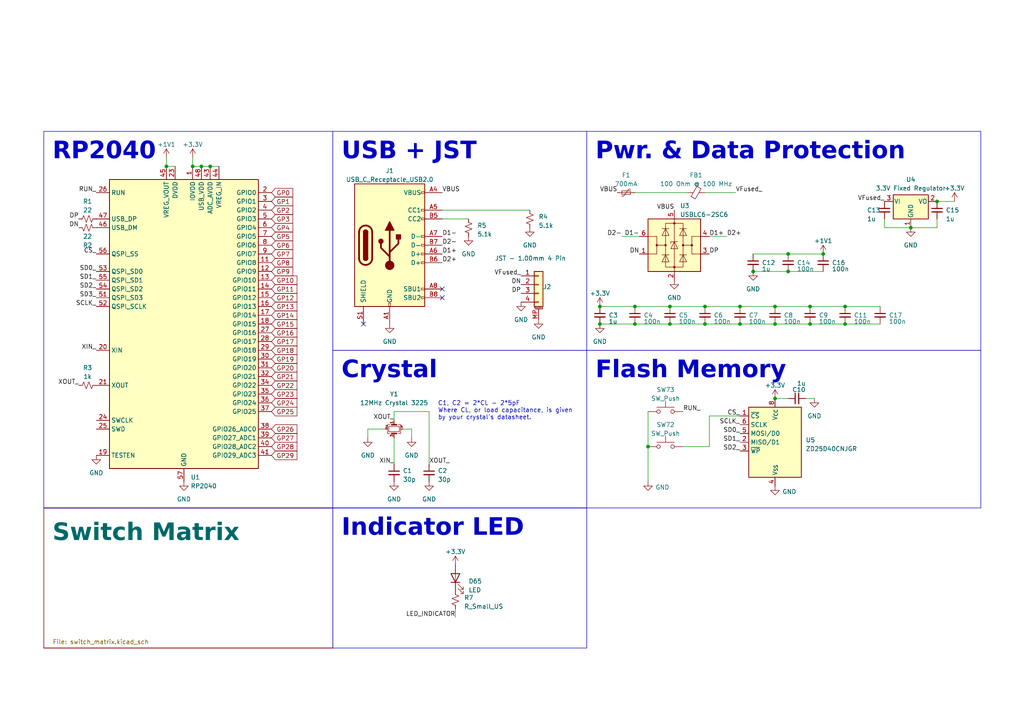
<source format=kicad_sch>
(kicad_sch (version 20230121) (generator eeschema)

  (uuid dea5f69c-d02e-47df-8e1a-a63949fabb21)

  (paper "A4")

  (lib_symbols
    (symbol "Connector:USB_C_Receptacle_USB2.0" (pin_names (offset 1.016)) (in_bom yes) (on_board yes)
      (property "Reference" "J" (at -10.16 19.05 0)
        (effects (font (size 1.27 1.27)) (justify left))
      )
      (property "Value" "USB_C_Receptacle_USB2.0" (at 19.05 19.05 0)
        (effects (font (size 1.27 1.27)) (justify right))
      )
      (property "Footprint" "" (at 3.81 0 0)
        (effects (font (size 1.27 1.27)) hide)
      )
      (property "Datasheet" "https://www.usb.org/sites/default/files/documents/usb_type-c.zip" (at 3.81 0 0)
        (effects (font (size 1.27 1.27)) hide)
      )
      (property "ki_keywords" "usb universal serial bus type-C USB2.0" (at 0 0 0)
        (effects (font (size 1.27 1.27)) hide)
      )
      (property "ki_description" "USB 2.0-only Type-C Receptacle connector" (at 0 0 0)
        (effects (font (size 1.27 1.27)) hide)
      )
      (property "ki_fp_filters" "USB*C*Receptacle*" (at 0 0 0)
        (effects (font (size 1.27 1.27)) hide)
      )
      (symbol "USB_C_Receptacle_USB2.0_0_0"
        (rectangle (start -0.254 -17.78) (end 0.254 -16.764)
          (stroke (width 0) (type default))
          (fill (type none))
        )
        (rectangle (start 10.16 -14.986) (end 9.144 -15.494)
          (stroke (width 0) (type default))
          (fill (type none))
        )
        (rectangle (start 10.16 -12.446) (end 9.144 -12.954)
          (stroke (width 0) (type default))
          (fill (type none))
        )
        (rectangle (start 10.16 -4.826) (end 9.144 -5.334)
          (stroke (width 0) (type default))
          (fill (type none))
        )
        (rectangle (start 10.16 -2.286) (end 9.144 -2.794)
          (stroke (width 0) (type default))
          (fill (type none))
        )
        (rectangle (start 10.16 0.254) (end 9.144 -0.254)
          (stroke (width 0) (type default))
          (fill (type none))
        )
        (rectangle (start 10.16 2.794) (end 9.144 2.286)
          (stroke (width 0) (type default))
          (fill (type none))
        )
        (rectangle (start 10.16 7.874) (end 9.144 7.366)
          (stroke (width 0) (type default))
          (fill (type none))
        )
        (rectangle (start 10.16 10.414) (end 9.144 9.906)
          (stroke (width 0) (type default))
          (fill (type none))
        )
        (rectangle (start 10.16 15.494) (end 9.144 14.986)
          (stroke (width 0) (type default))
          (fill (type none))
        )
      )
      (symbol "USB_C_Receptacle_USB2.0_0_1"
        (rectangle (start -10.16 17.78) (end 10.16 -17.78)
          (stroke (width 0.254) (type default))
          (fill (type background))
        )
        (arc (start -8.89 -3.81) (mid -6.985 -5.7067) (end -5.08 -3.81)
          (stroke (width 0.508) (type default))
          (fill (type none))
        )
        (arc (start -7.62 -3.81) (mid -6.985 -4.4423) (end -6.35 -3.81)
          (stroke (width 0.254) (type default))
          (fill (type none))
        )
        (arc (start -7.62 -3.81) (mid -6.985 -4.4423) (end -6.35 -3.81)
          (stroke (width 0.254) (type default))
          (fill (type outline))
        )
        (rectangle (start -7.62 -3.81) (end -6.35 3.81)
          (stroke (width 0.254) (type default))
          (fill (type outline))
        )
        (arc (start -6.35 3.81) (mid -6.985 4.4423) (end -7.62 3.81)
          (stroke (width 0.254) (type default))
          (fill (type none))
        )
        (arc (start -6.35 3.81) (mid -6.985 4.4423) (end -7.62 3.81)
          (stroke (width 0.254) (type default))
          (fill (type outline))
        )
        (arc (start -5.08 3.81) (mid -6.985 5.7067) (end -8.89 3.81)
          (stroke (width 0.508) (type default))
          (fill (type none))
        )
        (circle (center -2.54 1.143) (radius 0.635)
          (stroke (width 0.254) (type default))
          (fill (type outline))
        )
        (circle (center 0 -5.842) (radius 1.27)
          (stroke (width 0) (type default))
          (fill (type outline))
        )
        (polyline
          (pts
            (xy -8.89 -3.81)
            (xy -8.89 3.81)
          )
          (stroke (width 0.508) (type default))
          (fill (type none))
        )
        (polyline
          (pts
            (xy -5.08 3.81)
            (xy -5.08 -3.81)
          )
          (stroke (width 0.508) (type default))
          (fill (type none))
        )
        (polyline
          (pts
            (xy 0 -5.842)
            (xy 0 4.318)
          )
          (stroke (width 0.508) (type default))
          (fill (type none))
        )
        (polyline
          (pts
            (xy 0 -3.302)
            (xy -2.54 -0.762)
            (xy -2.54 0.508)
          )
          (stroke (width 0.508) (type default))
          (fill (type none))
        )
        (polyline
          (pts
            (xy 0 -2.032)
            (xy 2.54 0.508)
            (xy 2.54 1.778)
          )
          (stroke (width 0.508) (type default))
          (fill (type none))
        )
        (polyline
          (pts
            (xy -1.27 4.318)
            (xy 0 6.858)
            (xy 1.27 4.318)
            (xy -1.27 4.318)
          )
          (stroke (width 0.254) (type default))
          (fill (type outline))
        )
        (rectangle (start 1.905 1.778) (end 3.175 3.048)
          (stroke (width 0.254) (type default))
          (fill (type outline))
        )
      )
      (symbol "USB_C_Receptacle_USB2.0_1_1"
        (pin passive line (at 0 -22.86 90) (length 5.08)
          (name "GND" (effects (font (size 1.27 1.27))))
          (number "A1" (effects (font (size 1.27 1.27))))
        )
        (pin passive line (at 0 -22.86 90) (length 5.08) hide
          (name "GND" (effects (font (size 1.27 1.27))))
          (number "A12" (effects (font (size 1.27 1.27))))
        )
        (pin passive line (at 15.24 15.24 180) (length 5.08)
          (name "VBUS" (effects (font (size 1.27 1.27))))
          (number "A4" (effects (font (size 1.27 1.27))))
        )
        (pin bidirectional line (at 15.24 10.16 180) (length 5.08)
          (name "CC1" (effects (font (size 1.27 1.27))))
          (number "A5" (effects (font (size 1.27 1.27))))
        )
        (pin bidirectional line (at 15.24 -2.54 180) (length 5.08)
          (name "D+" (effects (font (size 1.27 1.27))))
          (number "A6" (effects (font (size 1.27 1.27))))
        )
        (pin bidirectional line (at 15.24 2.54 180) (length 5.08)
          (name "D-" (effects (font (size 1.27 1.27))))
          (number "A7" (effects (font (size 1.27 1.27))))
        )
        (pin bidirectional line (at 15.24 -12.7 180) (length 5.08)
          (name "SBU1" (effects (font (size 1.27 1.27))))
          (number "A8" (effects (font (size 1.27 1.27))))
        )
        (pin passive line (at 15.24 15.24 180) (length 5.08) hide
          (name "VBUS" (effects (font (size 1.27 1.27))))
          (number "A9" (effects (font (size 1.27 1.27))))
        )
        (pin passive line (at 0 -22.86 90) (length 5.08) hide
          (name "GND" (effects (font (size 1.27 1.27))))
          (number "B1" (effects (font (size 1.27 1.27))))
        )
        (pin passive line (at 0 -22.86 90) (length 5.08) hide
          (name "GND" (effects (font (size 1.27 1.27))))
          (number "B12" (effects (font (size 1.27 1.27))))
        )
        (pin passive line (at 15.24 15.24 180) (length 5.08) hide
          (name "VBUS" (effects (font (size 1.27 1.27))))
          (number "B4" (effects (font (size 1.27 1.27))))
        )
        (pin bidirectional line (at 15.24 7.62 180) (length 5.08)
          (name "CC2" (effects (font (size 1.27 1.27))))
          (number "B5" (effects (font (size 1.27 1.27))))
        )
        (pin bidirectional line (at 15.24 -5.08 180) (length 5.08)
          (name "D+" (effects (font (size 1.27 1.27))))
          (number "B6" (effects (font (size 1.27 1.27))))
        )
        (pin bidirectional line (at 15.24 0 180) (length 5.08)
          (name "D-" (effects (font (size 1.27 1.27))))
          (number "B7" (effects (font (size 1.27 1.27))))
        )
        (pin bidirectional line (at 15.24 -15.24 180) (length 5.08)
          (name "SBU2" (effects (font (size 1.27 1.27))))
          (number "B8" (effects (font (size 1.27 1.27))))
        )
        (pin passive line (at 15.24 15.24 180) (length 5.08) hide
          (name "VBUS" (effects (font (size 1.27 1.27))))
          (number "B9" (effects (font (size 1.27 1.27))))
        )
        (pin passive line (at -7.62 -22.86 90) (length 5.08)
          (name "SHIELD" (effects (font (size 1.27 1.27))))
          (number "S1" (effects (font (size 1.27 1.27))))
        )
      )
    )
    (symbol "Connector_Generic_MountingPin:Conn_01x04_MountingPin" (pin_names (offset 1.016) hide) (in_bom yes) (on_board yes)
      (property "Reference" "J" (at 0 5.08 0)
        (effects (font (size 1.27 1.27)))
      )
      (property "Value" "Conn_01x04_MountingPin" (at 1.27 -7.62 0)
        (effects (font (size 1.27 1.27)) (justify left))
      )
      (property "Footprint" "" (at 0 0 0)
        (effects (font (size 1.27 1.27)) hide)
      )
      (property "Datasheet" "~" (at 0 0 0)
        (effects (font (size 1.27 1.27)) hide)
      )
      (property "ki_keywords" "connector" (at 0 0 0)
        (effects (font (size 1.27 1.27)) hide)
      )
      (property "ki_description" "Generic connectable mounting pin connector, single row, 01x04, script generated (kicad-library-utils/schlib/autogen/connector/)" (at 0 0 0)
        (effects (font (size 1.27 1.27)) hide)
      )
      (property "ki_fp_filters" "Connector*:*_1x??-1MP*" (at 0 0 0)
        (effects (font (size 1.27 1.27)) hide)
      )
      (symbol "Conn_01x04_MountingPin_1_1"
        (rectangle (start -1.27 -4.953) (end 0 -5.207)
          (stroke (width 0.1524) (type default))
          (fill (type none))
        )
        (rectangle (start -1.27 -2.413) (end 0 -2.667)
          (stroke (width 0.1524) (type default))
          (fill (type none))
        )
        (rectangle (start -1.27 0.127) (end 0 -0.127)
          (stroke (width 0.1524) (type default))
          (fill (type none))
        )
        (rectangle (start -1.27 2.667) (end 0 2.413)
          (stroke (width 0.1524) (type default))
          (fill (type none))
        )
        (rectangle (start -1.27 3.81) (end 1.27 -6.35)
          (stroke (width 0.254) (type default))
          (fill (type background))
        )
        (polyline
          (pts
            (xy -1.016 -7.112)
            (xy 1.016 -7.112)
          )
          (stroke (width 0.1524) (type default))
          (fill (type none))
        )
        (text "Mounting" (at 0 -6.731 0)
          (effects (font (size 0.381 0.381)))
        )
        (pin passive line (at -5.08 2.54 0) (length 3.81)
          (name "Pin_1" (effects (font (size 1.27 1.27))))
          (number "1" (effects (font (size 1.27 1.27))))
        )
        (pin passive line (at -5.08 0 0) (length 3.81)
          (name "Pin_2" (effects (font (size 1.27 1.27))))
          (number "2" (effects (font (size 1.27 1.27))))
        )
        (pin passive line (at -5.08 -2.54 0) (length 3.81)
          (name "Pin_3" (effects (font (size 1.27 1.27))))
          (number "3" (effects (font (size 1.27 1.27))))
        )
        (pin passive line (at -5.08 -5.08 0) (length 3.81)
          (name "Pin_4" (effects (font (size 1.27 1.27))))
          (number "4" (effects (font (size 1.27 1.27))))
        )
        (pin passive line (at 0 -10.16 90) (length 3.048)
          (name "MountPin" (effects (font (size 1.27 1.27))))
          (number "MP" (effects (font (size 1.27 1.27))))
        )
      )
    )
    (symbol "Device:C_Small" (pin_numbers hide) (pin_names (offset 0.254) hide) (in_bom yes) (on_board yes)
      (property "Reference" "C" (at 0.254 1.778 0)
        (effects (font (size 1.27 1.27)) (justify left))
      )
      (property "Value" "C_Small" (at 0.254 -2.032 0)
        (effects (font (size 1.27 1.27)) (justify left))
      )
      (property "Footprint" "" (at 0 0 0)
        (effects (font (size 1.27 1.27)) hide)
      )
      (property "Datasheet" "~" (at 0 0 0)
        (effects (font (size 1.27 1.27)) hide)
      )
      (property "ki_keywords" "capacitor cap" (at 0 0 0)
        (effects (font (size 1.27 1.27)) hide)
      )
      (property "ki_description" "Unpolarized capacitor, small symbol" (at 0 0 0)
        (effects (font (size 1.27 1.27)) hide)
      )
      (property "ki_fp_filters" "C_*" (at 0 0 0)
        (effects (font (size 1.27 1.27)) hide)
      )
      (symbol "C_Small_0_1"
        (polyline
          (pts
            (xy -1.524 -0.508)
            (xy 1.524 -0.508)
          )
          (stroke (width 0.3302) (type default))
          (fill (type none))
        )
        (polyline
          (pts
            (xy -1.524 0.508)
            (xy 1.524 0.508)
          )
          (stroke (width 0.3048) (type default))
          (fill (type none))
        )
      )
      (symbol "C_Small_1_1"
        (pin passive line (at 0 2.54 270) (length 2.032)
          (name "~" (effects (font (size 1.27 1.27))))
          (number "1" (effects (font (size 1.27 1.27))))
        )
        (pin passive line (at 0 -2.54 90) (length 2.032)
          (name "~" (effects (font (size 1.27 1.27))))
          (number "2" (effects (font (size 1.27 1.27))))
        )
      )
    )
    (symbol "Device:Crystal_GND24_Small" (pin_names (offset 1.016) hide) (in_bom yes) (on_board yes)
      (property "Reference" "Y" (at 1.27 4.445 0)
        (effects (font (size 1.27 1.27)) (justify left))
      )
      (property "Value" "Crystal_GND24_Small" (at 1.27 2.54 0)
        (effects (font (size 1.27 1.27)) (justify left))
      )
      (property "Footprint" "" (at 0 0 0)
        (effects (font (size 1.27 1.27)) hide)
      )
      (property "Datasheet" "~" (at 0 0 0)
        (effects (font (size 1.27 1.27)) hide)
      )
      (property "ki_keywords" "quartz ceramic resonator oscillator" (at 0 0 0)
        (effects (font (size 1.27 1.27)) hide)
      )
      (property "ki_description" "Four pin crystal, GND on pins 2 and 4, small symbol" (at 0 0 0)
        (effects (font (size 1.27 1.27)) hide)
      )
      (property "ki_fp_filters" "Crystal*" (at 0 0 0)
        (effects (font (size 1.27 1.27)) hide)
      )
      (symbol "Crystal_GND24_Small_0_1"
        (rectangle (start -0.762 -1.524) (end 0.762 1.524)
          (stroke (width 0) (type default))
          (fill (type none))
        )
        (polyline
          (pts
            (xy -1.27 -0.762)
            (xy -1.27 0.762)
          )
          (stroke (width 0.381) (type default))
          (fill (type none))
        )
        (polyline
          (pts
            (xy 1.27 -0.762)
            (xy 1.27 0.762)
          )
          (stroke (width 0.381) (type default))
          (fill (type none))
        )
        (polyline
          (pts
            (xy -1.27 -1.27)
            (xy -1.27 -1.905)
            (xy 1.27 -1.905)
            (xy 1.27 -1.27)
          )
          (stroke (width 0) (type default))
          (fill (type none))
        )
        (polyline
          (pts
            (xy -1.27 1.27)
            (xy -1.27 1.905)
            (xy 1.27 1.905)
            (xy 1.27 1.27)
          )
          (stroke (width 0) (type default))
          (fill (type none))
        )
      )
      (symbol "Crystal_GND24_Small_1_1"
        (pin passive line (at -2.54 0 0) (length 1.27)
          (name "1" (effects (font (size 1.27 1.27))))
          (number "1" (effects (font (size 0.762 0.762))))
        )
        (pin passive line (at 0 -2.54 90) (length 0.635)
          (name "2" (effects (font (size 1.27 1.27))))
          (number "2" (effects (font (size 0.762 0.762))))
        )
        (pin passive line (at 2.54 0 180) (length 1.27)
          (name "3" (effects (font (size 1.27 1.27))))
          (number "3" (effects (font (size 0.762 0.762))))
        )
        (pin passive line (at 0 2.54 270) (length 0.635)
          (name "4" (effects (font (size 1.27 1.27))))
          (number "4" (effects (font (size 0.762 0.762))))
        )
      )
    )
    (symbol "Device:FerriteBead_Small" (pin_numbers hide) (pin_names (offset 0)) (in_bom yes) (on_board yes)
      (property "Reference" "FB" (at 1.905 1.27 0)
        (effects (font (size 1.27 1.27)) (justify left))
      )
      (property "Value" "FerriteBead_Small" (at 1.905 -1.27 0)
        (effects (font (size 1.27 1.27)) (justify left))
      )
      (property "Footprint" "" (at -1.778 0 90)
        (effects (font (size 1.27 1.27)) hide)
      )
      (property "Datasheet" "~" (at 0 0 0)
        (effects (font (size 1.27 1.27)) hide)
      )
      (property "ki_keywords" "L ferrite bead inductor filter" (at 0 0 0)
        (effects (font (size 1.27 1.27)) hide)
      )
      (property "ki_description" "Ferrite bead, small symbol" (at 0 0 0)
        (effects (font (size 1.27 1.27)) hide)
      )
      (property "ki_fp_filters" "Inductor_* L_* *Ferrite*" (at 0 0 0)
        (effects (font (size 1.27 1.27)) hide)
      )
      (symbol "FerriteBead_Small_0_1"
        (polyline
          (pts
            (xy 0 -1.27)
            (xy 0 -0.7874)
          )
          (stroke (width 0) (type default))
          (fill (type none))
        )
        (polyline
          (pts
            (xy 0 0.889)
            (xy 0 1.2954)
          )
          (stroke (width 0) (type default))
          (fill (type none))
        )
        (polyline
          (pts
            (xy -1.8288 0.2794)
            (xy -1.1176 1.4986)
            (xy 1.8288 -0.2032)
            (xy 1.1176 -1.4224)
            (xy -1.8288 0.2794)
          )
          (stroke (width 0) (type default))
          (fill (type none))
        )
      )
      (symbol "FerriteBead_Small_1_1"
        (pin passive line (at 0 2.54 270) (length 1.27)
          (name "~" (effects (font (size 1.27 1.27))))
          (number "1" (effects (font (size 1.27 1.27))))
        )
        (pin passive line (at 0 -2.54 90) (length 1.27)
          (name "~" (effects (font (size 1.27 1.27))))
          (number "2" (effects (font (size 1.27 1.27))))
        )
      )
    )
    (symbol "Device:LED" (pin_numbers hide) (pin_names (offset 1.016) hide) (in_bom yes) (on_board yes)
      (property "Reference" "D" (at 0 2.54 0)
        (effects (font (size 1.27 1.27)))
      )
      (property "Value" "LED" (at 0 -2.54 0)
        (effects (font (size 1.27 1.27)))
      )
      (property "Footprint" "" (at 0 0 0)
        (effects (font (size 1.27 1.27)) hide)
      )
      (property "Datasheet" "~" (at 0 0 0)
        (effects (font (size 1.27 1.27)) hide)
      )
      (property "ki_keywords" "LED diode" (at 0 0 0)
        (effects (font (size 1.27 1.27)) hide)
      )
      (property "ki_description" "Light emitting diode" (at 0 0 0)
        (effects (font (size 1.27 1.27)) hide)
      )
      (property "ki_fp_filters" "LED* LED_SMD:* LED_THT:*" (at 0 0 0)
        (effects (font (size 1.27 1.27)) hide)
      )
      (symbol "LED_0_1"
        (polyline
          (pts
            (xy -1.27 -1.27)
            (xy -1.27 1.27)
          )
          (stroke (width 0.254) (type default))
          (fill (type none))
        )
        (polyline
          (pts
            (xy -1.27 0)
            (xy 1.27 0)
          )
          (stroke (width 0) (type default))
          (fill (type none))
        )
        (polyline
          (pts
            (xy 1.27 -1.27)
            (xy 1.27 1.27)
            (xy -1.27 0)
            (xy 1.27 -1.27)
          )
          (stroke (width 0.254) (type default))
          (fill (type none))
        )
        (polyline
          (pts
            (xy -3.048 -0.762)
            (xy -4.572 -2.286)
            (xy -3.81 -2.286)
            (xy -4.572 -2.286)
            (xy -4.572 -1.524)
          )
          (stroke (width 0) (type default))
          (fill (type none))
        )
        (polyline
          (pts
            (xy -1.778 -0.762)
            (xy -3.302 -2.286)
            (xy -2.54 -2.286)
            (xy -3.302 -2.286)
            (xy -3.302 -1.524)
          )
          (stroke (width 0) (type default))
          (fill (type none))
        )
      )
      (symbol "LED_1_1"
        (pin passive line (at -3.81 0 0) (length 2.54)
          (name "K" (effects (font (size 1.27 1.27))))
          (number "1" (effects (font (size 1.27 1.27))))
        )
        (pin passive line (at 3.81 0 180) (length 2.54)
          (name "A" (effects (font (size 1.27 1.27))))
          (number "2" (effects (font (size 1.27 1.27))))
        )
      )
    )
    (symbol "Device:Polyfuse_Small" (pin_numbers hide) (pin_names (offset 0)) (in_bom yes) (on_board yes)
      (property "Reference" "F" (at -1.905 0 90)
        (effects (font (size 1.27 1.27)))
      )
      (property "Value" "Polyfuse_Small" (at 1.905 0 90)
        (effects (font (size 1.27 1.27)))
      )
      (property "Footprint" "" (at 1.27 -5.08 0)
        (effects (font (size 1.27 1.27)) (justify left) hide)
      )
      (property "Datasheet" "~" (at 0 0 0)
        (effects (font (size 1.27 1.27)) hide)
      )
      (property "ki_keywords" "resettable fuse PTC PPTC polyfuse polyswitch" (at 0 0 0)
        (effects (font (size 1.27 1.27)) hide)
      )
      (property "ki_description" "Resettable fuse, polymeric positive temperature coefficient, small symbol" (at 0 0 0)
        (effects (font (size 1.27 1.27)) hide)
      )
      (property "ki_fp_filters" "*polyfuse* *PTC*" (at 0 0 0)
        (effects (font (size 1.27 1.27)) hide)
      )
      (symbol "Polyfuse_Small_0_1"
        (rectangle (start -0.508 1.27) (end 0.508 -1.27)
          (stroke (width 0) (type default))
          (fill (type none))
        )
        (polyline
          (pts
            (xy 0 2.54)
            (xy 0 -2.54)
          )
          (stroke (width 0) (type default))
          (fill (type none))
        )
        (polyline
          (pts
            (xy -1.016 1.27)
            (xy -1.016 0.762)
            (xy 1.016 -0.762)
            (xy 1.016 -1.27)
          )
          (stroke (width 0) (type default))
          (fill (type none))
        )
      )
      (symbol "Polyfuse_Small_1_1"
        (pin passive line (at 0 2.54 270) (length 0.635)
          (name "~" (effects (font (size 1.27 1.27))))
          (number "1" (effects (font (size 1.27 1.27))))
        )
        (pin passive line (at 0 -2.54 90) (length 0.635)
          (name "~" (effects (font (size 1.27 1.27))))
          (number "2" (effects (font (size 1.27 1.27))))
        )
      )
    )
    (symbol "Device:R_Small_US" (pin_numbers hide) (pin_names (offset 0.254) hide) (in_bom yes) (on_board yes)
      (property "Reference" "R" (at 0.762 0.508 0)
        (effects (font (size 1.27 1.27)) (justify left))
      )
      (property "Value" "R_Small_US" (at 0.762 -1.016 0)
        (effects (font (size 1.27 1.27)) (justify left))
      )
      (property "Footprint" "" (at 0 0 0)
        (effects (font (size 1.27 1.27)) hide)
      )
      (property "Datasheet" "~" (at 0 0 0)
        (effects (font (size 1.27 1.27)) hide)
      )
      (property "ki_keywords" "r resistor" (at 0 0 0)
        (effects (font (size 1.27 1.27)) hide)
      )
      (property "ki_description" "Resistor, small US symbol" (at 0 0 0)
        (effects (font (size 1.27 1.27)) hide)
      )
      (property "ki_fp_filters" "R_*" (at 0 0 0)
        (effects (font (size 1.27 1.27)) hide)
      )
      (symbol "R_Small_US_1_1"
        (polyline
          (pts
            (xy 0 0)
            (xy 1.016 -0.381)
            (xy 0 -0.762)
            (xy -1.016 -1.143)
            (xy 0 -1.524)
          )
          (stroke (width 0) (type default))
          (fill (type none))
        )
        (polyline
          (pts
            (xy 0 1.524)
            (xy 1.016 1.143)
            (xy 0 0.762)
            (xy -1.016 0.381)
            (xy 0 0)
          )
          (stroke (width 0) (type default))
          (fill (type none))
        )
        (pin passive line (at 0 2.54 270) (length 1.016)
          (name "~" (effects (font (size 1.27 1.27))))
          (number "1" (effects (font (size 1.27 1.27))))
        )
        (pin passive line (at 0 -2.54 90) (length 1.016)
          (name "~" (effects (font (size 1.27 1.27))))
          (number "2" (effects (font (size 1.27 1.27))))
        )
      )
    )
    (symbol "Flash_NOR_SPI:ZD25D40CNJGR" (in_bom yes) (on_board yes)
      (property "Reference" "U" (at -10.16 -10.16 0)
        (effects (font (size 1.27 1.27)))
      )
      (property "Value" "ZD25D40CNJGR" (at -10.16 -12.7 0)
        (effects (font (size 1.27 1.27)))
      )
      (property "Footprint" "USON8:USON-8_1.5x1.5mm_P0.45mm" (at 0 0 0)
        (effects (font (size 1.27 1.27)) hide)
      )
      (property "Datasheet" "" (at 0 0 0)
        (effects (font (size 1.27 1.27)) hide)
      )
      (property "LCSC" "C3646778" (at -17.78 7.62 0)
        (effects (font (size 1.27 1.27)) hide)
      )
      (symbol "ZD25D40CNJGR_0_1"
        (rectangle (start -7.62 10.16) (end 7.62 -10.16)
          (stroke (width 0.254) (type default))
          (fill (type background))
        )
      )
      (symbol "ZD25D40CNJGR_1_1"
        (pin input line (at -10.16 7.62 0) (length 2.54)
          (name "~{CS}" (effects (font (size 1.27 1.27))))
          (number "1" (effects (font (size 1.27 1.27))))
        )
        (pin bidirectional line (at -10.16 0 0) (length 2.54)
          (name "MISO/D1" (effects (font (size 1.27 1.27))))
          (number "2" (effects (font (size 1.27 1.27))))
        )
        (pin input line (at -10.16 -2.54 0) (length 2.54)
          (name "~{WP}" (effects (font (size 1.27 1.27))))
          (number "3" (effects (font (size 1.27 1.27))))
        )
        (pin power_in line (at 0 -12.7 90) (length 2.54)
          (name "V_{SS}" (effects (font (size 1.27 1.27))))
          (number "4" (effects (font (size 1.27 1.27))))
        )
        (pin bidirectional line (at -10.16 2.54 0) (length 2.54)
          (name "MOSI/D0" (effects (font (size 1.27 1.27))))
          (number "5" (effects (font (size 1.27 1.27))))
        )
        (pin input line (at -10.16 5.08 0) (length 2.54)
          (name "SCLK" (effects (font (size 1.27 1.27))))
          (number "6" (effects (font (size 1.27 1.27))))
        )
        (pin no_connect line (at -5.08 -5.08 0) (length 2.54) hide
          (name "NC" (effects (font (size 1.27 1.27))))
          (number "7" (effects (font (size 1.27 1.27))))
        )
        (pin power_in line (at 0 12.7 270) (length 2.54)
          (name "V_{CC}" (effects (font (size 1.27 1.27))))
          (number "8" (effects (font (size 1.27 1.27))))
        )
        (pin power_in line (at 0 -12.7 90) (length 2.54) hide
          (name "PAD/V_{SS}" (effects (font (size 1.27 1.27))))
          (number "9" (effects (font (size 1.27 1.27))))
        )
      )
    )
    (symbol "MCU_RaspberryPi:RP2040" (in_bom yes) (on_board yes)
      (property "Reference" "U" (at 17.78 45.72 0)
        (effects (font (size 1.27 1.27)))
      )
      (property "Value" "RP2040" (at 17.78 43.18 0)
        (effects (font (size 1.27 1.27)))
      )
      (property "Footprint" "Package_DFN_QFN:QFN-56-1EP_7x7mm_P0.4mm_EP3.2x3.2mm" (at 0 0 0)
        (effects (font (size 1.27 1.27)) hide)
      )
      (property "Datasheet" "https://datasheets.raspberrypi.com/rp2040/rp2040-datasheet.pdf" (at 0 0 0)
        (effects (font (size 1.27 1.27)) hide)
      )
      (property "ki_keywords" "RP2040 ARM Cortex-M0+ USB" (at 0 0 0)
        (effects (font (size 1.27 1.27)) hide)
      )
      (property "ki_description" "A microcontroller by Raspberry Pi" (at 0 0 0)
        (effects (font (size 1.27 1.27)) hide)
      )
      (property "ki_fp_filters" "QFN*7x7mm?P0.4mm?EP3.2x3.2mm*" (at 0 0 0)
        (effects (font (size 1.27 1.27)) hide)
      )
      (symbol "RP2040_0_1"
        (rectangle (start -21.59 41.91) (end 21.59 -41.91)
          (stroke (width 0.254) (type default))
          (fill (type background))
        )
      )
      (symbol "RP2040_1_1"
        (pin power_in line (at 2.54 45.72 270) (length 3.81)
          (name "IOVDD" (effects (font (size 1.27 1.27))))
          (number "1" (effects (font (size 1.27 1.27))))
        )
        (pin passive line (at 2.54 45.72 270) (length 3.81) hide
          (name "IOVDD" (effects (font (size 1.27 1.27))))
          (number "10" (effects (font (size 1.27 1.27))))
        )
        (pin bidirectional line (at 25.4 17.78 180) (length 3.81)
          (name "GPIO8" (effects (font (size 1.27 1.27))))
          (number "11" (effects (font (size 1.27 1.27))))
        )
        (pin bidirectional line (at 25.4 15.24 180) (length 3.81)
          (name "GPIO9" (effects (font (size 1.27 1.27))))
          (number "12" (effects (font (size 1.27 1.27))))
        )
        (pin bidirectional line (at 25.4 12.7 180) (length 3.81)
          (name "GPIO10" (effects (font (size 1.27 1.27))))
          (number "13" (effects (font (size 1.27 1.27))))
        )
        (pin bidirectional line (at 25.4 10.16 180) (length 3.81)
          (name "GPIO11" (effects (font (size 1.27 1.27))))
          (number "14" (effects (font (size 1.27 1.27))))
        )
        (pin bidirectional line (at 25.4 7.62 180) (length 3.81)
          (name "GPIO12" (effects (font (size 1.27 1.27))))
          (number "15" (effects (font (size 1.27 1.27))))
        )
        (pin bidirectional line (at 25.4 5.08 180) (length 3.81)
          (name "GPIO13" (effects (font (size 1.27 1.27))))
          (number "16" (effects (font (size 1.27 1.27))))
        )
        (pin bidirectional line (at 25.4 2.54 180) (length 3.81)
          (name "GPIO14" (effects (font (size 1.27 1.27))))
          (number "17" (effects (font (size 1.27 1.27))))
        )
        (pin bidirectional line (at 25.4 0 180) (length 3.81)
          (name "GPIO15" (effects (font (size 1.27 1.27))))
          (number "18" (effects (font (size 1.27 1.27))))
        )
        (pin input line (at -25.4 -38.1 0) (length 3.81)
          (name "TESTEN" (effects (font (size 1.27 1.27))))
          (number "19" (effects (font (size 1.27 1.27))))
        )
        (pin bidirectional line (at 25.4 38.1 180) (length 3.81)
          (name "GPIO0" (effects (font (size 1.27 1.27))))
          (number "2" (effects (font (size 1.27 1.27))))
        )
        (pin input line (at -25.4 -7.62 0) (length 3.81)
          (name "XIN" (effects (font (size 1.27 1.27))))
          (number "20" (effects (font (size 1.27 1.27))))
        )
        (pin passive line (at -25.4 -17.78 0) (length 3.81)
          (name "XOUT" (effects (font (size 1.27 1.27))))
          (number "21" (effects (font (size 1.27 1.27))))
        )
        (pin passive line (at 2.54 45.72 270) (length 3.81) hide
          (name "IOVDD" (effects (font (size 1.27 1.27))))
          (number "22" (effects (font (size 1.27 1.27))))
        )
        (pin power_in line (at -2.54 45.72 270) (length 3.81)
          (name "DVDD" (effects (font (size 1.27 1.27))))
          (number "23" (effects (font (size 1.27 1.27))))
        )
        (pin output line (at -25.4 -27.94 0) (length 3.81)
          (name "SWCLK" (effects (font (size 1.27 1.27))))
          (number "24" (effects (font (size 1.27 1.27))))
        )
        (pin bidirectional line (at -25.4 -30.48 0) (length 3.81)
          (name "SWD" (effects (font (size 1.27 1.27))))
          (number "25" (effects (font (size 1.27 1.27))))
        )
        (pin input line (at -25.4 38.1 0) (length 3.81)
          (name "RUN" (effects (font (size 1.27 1.27))))
          (number "26" (effects (font (size 1.27 1.27))))
        )
        (pin bidirectional line (at 25.4 -2.54 180) (length 3.81)
          (name "GPIO16" (effects (font (size 1.27 1.27))))
          (number "27" (effects (font (size 1.27 1.27))))
        )
        (pin bidirectional line (at 25.4 -5.08 180) (length 3.81)
          (name "GPIO17" (effects (font (size 1.27 1.27))))
          (number "28" (effects (font (size 1.27 1.27))))
        )
        (pin bidirectional line (at 25.4 -7.62 180) (length 3.81)
          (name "GPIO18" (effects (font (size 1.27 1.27))))
          (number "29" (effects (font (size 1.27 1.27))))
        )
        (pin bidirectional line (at 25.4 35.56 180) (length 3.81)
          (name "GPIO1" (effects (font (size 1.27 1.27))))
          (number "3" (effects (font (size 1.27 1.27))))
        )
        (pin bidirectional line (at 25.4 -10.16 180) (length 3.81)
          (name "GPIO19" (effects (font (size 1.27 1.27))))
          (number "30" (effects (font (size 1.27 1.27))))
        )
        (pin bidirectional line (at 25.4 -12.7 180) (length 3.81)
          (name "GPIO20" (effects (font (size 1.27 1.27))))
          (number "31" (effects (font (size 1.27 1.27))))
        )
        (pin bidirectional line (at 25.4 -15.24 180) (length 3.81)
          (name "GPIO21" (effects (font (size 1.27 1.27))))
          (number "32" (effects (font (size 1.27 1.27))))
        )
        (pin passive line (at 2.54 45.72 270) (length 3.81) hide
          (name "IOVDD" (effects (font (size 1.27 1.27))))
          (number "33" (effects (font (size 1.27 1.27))))
        )
        (pin bidirectional line (at 25.4 -17.78 180) (length 3.81)
          (name "GPIO22" (effects (font (size 1.27 1.27))))
          (number "34" (effects (font (size 1.27 1.27))))
        )
        (pin bidirectional line (at 25.4 -20.32 180) (length 3.81)
          (name "GPIO23" (effects (font (size 1.27 1.27))))
          (number "35" (effects (font (size 1.27 1.27))))
        )
        (pin bidirectional line (at 25.4 -22.86 180) (length 3.81)
          (name "GPIO24" (effects (font (size 1.27 1.27))))
          (number "36" (effects (font (size 1.27 1.27))))
        )
        (pin bidirectional line (at 25.4 -25.4 180) (length 3.81)
          (name "GPIO25" (effects (font (size 1.27 1.27))))
          (number "37" (effects (font (size 1.27 1.27))))
        )
        (pin bidirectional line (at 25.4 -30.48 180) (length 3.81)
          (name "GPIO26_ADC0" (effects (font (size 1.27 1.27))))
          (number "38" (effects (font (size 1.27 1.27))))
        )
        (pin bidirectional line (at 25.4 -33.02 180) (length 3.81)
          (name "GPIO27_ADC1" (effects (font (size 1.27 1.27))))
          (number "39" (effects (font (size 1.27 1.27))))
        )
        (pin bidirectional line (at 25.4 33.02 180) (length 3.81)
          (name "GPIO2" (effects (font (size 1.27 1.27))))
          (number "4" (effects (font (size 1.27 1.27))))
        )
        (pin bidirectional line (at 25.4 -35.56 180) (length 3.81)
          (name "GPIO28_ADC2" (effects (font (size 1.27 1.27))))
          (number "40" (effects (font (size 1.27 1.27))))
        )
        (pin bidirectional line (at 25.4 -38.1 180) (length 3.81)
          (name "GPIO29_ADC3" (effects (font (size 1.27 1.27))))
          (number "41" (effects (font (size 1.27 1.27))))
        )
        (pin passive line (at 2.54 45.72 270) (length 3.81) hide
          (name "IOVDD" (effects (font (size 1.27 1.27))))
          (number "42" (effects (font (size 1.27 1.27))))
        )
        (pin power_in line (at 7.62 45.72 270) (length 3.81)
          (name "ADC_AVDD" (effects (font (size 1.27 1.27))))
          (number "43" (effects (font (size 1.27 1.27))))
        )
        (pin power_in line (at 10.16 45.72 270) (length 3.81)
          (name "VREG_IN" (effects (font (size 1.27 1.27))))
          (number "44" (effects (font (size 1.27 1.27))))
        )
        (pin power_out line (at -5.08 45.72 270) (length 3.81)
          (name "VREG_VOUT" (effects (font (size 1.27 1.27))))
          (number "45" (effects (font (size 1.27 1.27))))
        )
        (pin bidirectional line (at -25.4 27.94 0) (length 3.81)
          (name "USB_DM" (effects (font (size 1.27 1.27))))
          (number "46" (effects (font (size 1.27 1.27))))
        )
        (pin bidirectional line (at -25.4 30.48 0) (length 3.81)
          (name "USB_DP" (effects (font (size 1.27 1.27))))
          (number "47" (effects (font (size 1.27 1.27))))
        )
        (pin power_in line (at 5.08 45.72 270) (length 3.81)
          (name "USB_VDD" (effects (font (size 1.27 1.27))))
          (number "48" (effects (font (size 1.27 1.27))))
        )
        (pin passive line (at 2.54 45.72 270) (length 3.81) hide
          (name "IOVDD" (effects (font (size 1.27 1.27))))
          (number "49" (effects (font (size 1.27 1.27))))
        )
        (pin bidirectional line (at 25.4 30.48 180) (length 3.81)
          (name "GPIO3" (effects (font (size 1.27 1.27))))
          (number "5" (effects (font (size 1.27 1.27))))
        )
        (pin passive line (at -2.54 45.72 270) (length 3.81) hide
          (name "DVDD" (effects (font (size 1.27 1.27))))
          (number "50" (effects (font (size 1.27 1.27))))
        )
        (pin bidirectional line (at -25.4 7.62 0) (length 3.81)
          (name "QSPI_SD3" (effects (font (size 1.27 1.27))))
          (number "51" (effects (font (size 1.27 1.27))))
        )
        (pin output line (at -25.4 5.08 0) (length 3.81)
          (name "QSPI_SCLK" (effects (font (size 1.27 1.27))))
          (number "52" (effects (font (size 1.27 1.27))))
        )
        (pin bidirectional line (at -25.4 15.24 0) (length 3.81)
          (name "QSPI_SD0" (effects (font (size 1.27 1.27))))
          (number "53" (effects (font (size 1.27 1.27))))
        )
        (pin bidirectional line (at -25.4 10.16 0) (length 3.81)
          (name "QSPI_SD2" (effects (font (size 1.27 1.27))))
          (number "54" (effects (font (size 1.27 1.27))))
        )
        (pin bidirectional line (at -25.4 12.7 0) (length 3.81)
          (name "QSPI_SD1" (effects (font (size 1.27 1.27))))
          (number "55" (effects (font (size 1.27 1.27))))
        )
        (pin bidirectional line (at -25.4 20.32 0) (length 3.81)
          (name "QSPI_SS" (effects (font (size 1.27 1.27))))
          (number "56" (effects (font (size 1.27 1.27))))
        )
        (pin power_in line (at 0 -45.72 90) (length 3.81)
          (name "GND" (effects (font (size 1.27 1.27))))
          (number "57" (effects (font (size 1.27 1.27))))
        )
        (pin bidirectional line (at 25.4 27.94 180) (length 3.81)
          (name "GPIO4" (effects (font (size 1.27 1.27))))
          (number "6" (effects (font (size 1.27 1.27))))
        )
        (pin bidirectional line (at 25.4 25.4 180) (length 3.81)
          (name "GPIO5" (effects (font (size 1.27 1.27))))
          (number "7" (effects (font (size 1.27 1.27))))
        )
        (pin bidirectional line (at 25.4 22.86 180) (length 3.81)
          (name "GPIO6" (effects (font (size 1.27 1.27))))
          (number "8" (effects (font (size 1.27 1.27))))
        )
        (pin bidirectional line (at 25.4 20.32 180) (length 3.81)
          (name "GPIO7" (effects (font (size 1.27 1.27))))
          (number "9" (effects (font (size 1.27 1.27))))
        )
      )
    )
    (symbol "Power_Protection:USBLC6-2SC6" (pin_names hide) (in_bom yes) (on_board yes)
      (property "Reference" "U" (at 2.54 8.89 0)
        (effects (font (size 1.27 1.27)) (justify left))
      )
      (property "Value" "USBLC6-2SC6" (at 2.54 -8.89 0)
        (effects (font (size 1.27 1.27)) (justify left))
      )
      (property "Footprint" "Package_TO_SOT_SMD:SOT-23-6" (at 0 -12.7 0)
        (effects (font (size 1.27 1.27)) hide)
      )
      (property "Datasheet" "https://www.st.com/resource/en/datasheet/usblc6-2.pdf" (at 5.08 8.89 0)
        (effects (font (size 1.27 1.27)) hide)
      )
      (property "ki_keywords" "usb ethernet video" (at 0 0 0)
        (effects (font (size 1.27 1.27)) hide)
      )
      (property "ki_description" "Very low capacitance ESD protection diode, 2 data-line, SOT-23-6" (at 0 0 0)
        (effects (font (size 1.27 1.27)) hide)
      )
      (property "ki_fp_filters" "SOT?23*" (at 0 0 0)
        (effects (font (size 1.27 1.27)) hide)
      )
      (symbol "USBLC6-2SC6_0_1"
        (rectangle (start -7.62 -7.62) (end 7.62 7.62)
          (stroke (width 0.254) (type default))
          (fill (type background))
        )
        (circle (center -5.08 0) (radius 0.254)
          (stroke (width 0) (type default))
          (fill (type outline))
        )
        (circle (center -2.54 0) (radius 0.254)
          (stroke (width 0) (type default))
          (fill (type outline))
        )
        (rectangle (start -2.54 6.35) (end 2.54 -6.35)
          (stroke (width 0) (type default))
          (fill (type none))
        )
        (circle (center 0 -6.35) (radius 0.254)
          (stroke (width 0) (type default))
          (fill (type outline))
        )
        (polyline
          (pts
            (xy -5.08 -2.54)
            (xy -7.62 -2.54)
          )
          (stroke (width 0) (type default))
          (fill (type none))
        )
        (polyline
          (pts
            (xy -5.08 0)
            (xy -5.08 -2.54)
          )
          (stroke (width 0) (type default))
          (fill (type none))
        )
        (polyline
          (pts
            (xy -5.08 2.54)
            (xy -7.62 2.54)
          )
          (stroke (width 0) (type default))
          (fill (type none))
        )
        (polyline
          (pts
            (xy -1.524 -2.794)
            (xy -3.556 -2.794)
          )
          (stroke (width 0) (type default))
          (fill (type none))
        )
        (polyline
          (pts
            (xy -1.524 4.826)
            (xy -3.556 4.826)
          )
          (stroke (width 0) (type default))
          (fill (type none))
        )
        (polyline
          (pts
            (xy 0 -7.62)
            (xy 0 -6.35)
          )
          (stroke (width 0) (type default))
          (fill (type none))
        )
        (polyline
          (pts
            (xy 0 -6.35)
            (xy 0 1.27)
          )
          (stroke (width 0) (type default))
          (fill (type none))
        )
        (polyline
          (pts
            (xy 0 1.27)
            (xy 0 6.35)
          )
          (stroke (width 0) (type default))
          (fill (type none))
        )
        (polyline
          (pts
            (xy 0 6.35)
            (xy 0 7.62)
          )
          (stroke (width 0) (type default))
          (fill (type none))
        )
        (polyline
          (pts
            (xy 1.524 -2.794)
            (xy 3.556 -2.794)
          )
          (stroke (width 0) (type default))
          (fill (type none))
        )
        (polyline
          (pts
            (xy 1.524 4.826)
            (xy 3.556 4.826)
          )
          (stroke (width 0) (type default))
          (fill (type none))
        )
        (polyline
          (pts
            (xy 5.08 -2.54)
            (xy 7.62 -2.54)
          )
          (stroke (width 0) (type default))
          (fill (type none))
        )
        (polyline
          (pts
            (xy 5.08 0)
            (xy 5.08 -2.54)
          )
          (stroke (width 0) (type default))
          (fill (type none))
        )
        (polyline
          (pts
            (xy 5.08 2.54)
            (xy 7.62 2.54)
          )
          (stroke (width 0) (type default))
          (fill (type none))
        )
        (polyline
          (pts
            (xy -2.54 0)
            (xy -5.08 0)
            (xy -5.08 2.54)
          )
          (stroke (width 0) (type default))
          (fill (type none))
        )
        (polyline
          (pts
            (xy 2.54 0)
            (xy 5.08 0)
            (xy 5.08 2.54)
          )
          (stroke (width 0) (type default))
          (fill (type none))
        )
        (polyline
          (pts
            (xy -3.556 -4.826)
            (xy -1.524 -4.826)
            (xy -2.54 -2.794)
            (xy -3.556 -4.826)
          )
          (stroke (width 0) (type default))
          (fill (type none))
        )
        (polyline
          (pts
            (xy -3.556 2.794)
            (xy -1.524 2.794)
            (xy -2.54 4.826)
            (xy -3.556 2.794)
          )
          (stroke (width 0) (type default))
          (fill (type none))
        )
        (polyline
          (pts
            (xy -1.016 -1.016)
            (xy 1.016 -1.016)
            (xy 0 1.016)
            (xy -1.016 -1.016)
          )
          (stroke (width 0) (type default))
          (fill (type none))
        )
        (polyline
          (pts
            (xy 1.016 1.016)
            (xy 0.762 1.016)
            (xy -1.016 1.016)
            (xy -1.016 0.508)
          )
          (stroke (width 0) (type default))
          (fill (type none))
        )
        (polyline
          (pts
            (xy 3.556 -4.826)
            (xy 1.524 -4.826)
            (xy 2.54 -2.794)
            (xy 3.556 -4.826)
          )
          (stroke (width 0) (type default))
          (fill (type none))
        )
        (polyline
          (pts
            (xy 3.556 2.794)
            (xy 1.524 2.794)
            (xy 2.54 4.826)
            (xy 3.556 2.794)
          )
          (stroke (width 0) (type default))
          (fill (type none))
        )
        (circle (center 0 6.35) (radius 0.254)
          (stroke (width 0) (type default))
          (fill (type outline))
        )
        (circle (center 2.54 0) (radius 0.254)
          (stroke (width 0) (type default))
          (fill (type outline))
        )
        (circle (center 5.08 0) (radius 0.254)
          (stroke (width 0) (type default))
          (fill (type outline))
        )
      )
      (symbol "USBLC6-2SC6_1_1"
        (pin passive line (at -10.16 -2.54 0) (length 2.54)
          (name "I/O1" (effects (font (size 1.27 1.27))))
          (number "1" (effects (font (size 1.27 1.27))))
        )
        (pin passive line (at 0 -10.16 90) (length 2.54)
          (name "GND" (effects (font (size 1.27 1.27))))
          (number "2" (effects (font (size 1.27 1.27))))
        )
        (pin passive line (at 10.16 -2.54 180) (length 2.54)
          (name "I/O2" (effects (font (size 1.27 1.27))))
          (number "3" (effects (font (size 1.27 1.27))))
        )
        (pin passive line (at 10.16 2.54 180) (length 2.54)
          (name "I/O2" (effects (font (size 1.27 1.27))))
          (number "4" (effects (font (size 1.27 1.27))))
        )
        (pin passive line (at 0 10.16 270) (length 2.54)
          (name "VBUS" (effects (font (size 1.27 1.27))))
          (number "5" (effects (font (size 1.27 1.27))))
        )
        (pin passive line (at -10.16 2.54 0) (length 2.54)
          (name "I/O1" (effects (font (size 1.27 1.27))))
          (number "6" (effects (font (size 1.27 1.27))))
        )
      )
    )
    (symbol "Regulator_Linear:AP2127N3-1.2" (pin_names (offset 0.254)) (in_bom yes) (on_board yes)
      (property "Reference" "U" (at -3.81 3.175 0)
        (effects (font (size 1.27 1.27)))
      )
      (property "Value" "AP2127N3-1.2" (at 0 3.175 0)
        (effects (font (size 1.27 1.27)) (justify left))
      )
      (property "Footprint" "Package_TO_SOT_SMD:TSOT-23" (at 0 5.715 0)
        (effects (font (size 1.27 1.27) italic) hide)
      )
      (property "Datasheet" "https://www.diodes.com/assets/Datasheets/AP2127.pdf" (at 0 0 0)
        (effects (font (size 1.27 1.27)) hide)
      )
      (property "ki_keywords" "linear regulator ldo fixed positive" (at 0 0 0)
        (effects (font (size 1.27 1.27)) hide)
      )
      (property "ki_description" "300mA low dropout linear regulator, shutdown pin, 2.5V-6V input voltage, 1.2V fixed positive output, SOT-23-3 package" (at 0 0 0)
        (effects (font (size 1.27 1.27)) hide)
      )
      (property "ki_fp_filters" "TSOT?23*" (at 0 0 0)
        (effects (font (size 1.27 1.27)) hide)
      )
      (symbol "AP2127N3-1.2_0_1"
        (rectangle (start -5.08 1.905) (end 5.08 -5.08)
          (stroke (width 0.254) (type default))
          (fill (type background))
        )
      )
      (symbol "AP2127N3-1.2_1_1"
        (pin power_in line (at 0 -7.62 90) (length 2.54)
          (name "GND" (effects (font (size 1.27 1.27))))
          (number "1" (effects (font (size 1.27 1.27))))
        )
        (pin power_out line (at 7.62 0 180) (length 2.54)
          (name "VO" (effects (font (size 1.27 1.27))))
          (number "2" (effects (font (size 1.27 1.27))))
        )
        (pin power_in line (at -7.62 0 0) (length 2.54)
          (name "VI" (effects (font (size 1.27 1.27))))
          (number "3" (effects (font (size 1.27 1.27))))
        )
      )
    )
    (symbol "Switch:SW_Push" (pin_numbers hide) (pin_names (offset 1.016) hide) (in_bom yes) (on_board yes)
      (property "Reference" "SW" (at 1.27 2.54 0)
        (effects (font (size 1.27 1.27)) (justify left))
      )
      (property "Value" "SW_Push" (at 0 -1.524 0)
        (effects (font (size 1.27 1.27)))
      )
      (property "Footprint" "" (at 0 5.08 0)
        (effects (font (size 1.27 1.27)) hide)
      )
      (property "Datasheet" "~" (at 0 5.08 0)
        (effects (font (size 1.27 1.27)) hide)
      )
      (property "ki_keywords" "switch normally-open pushbutton push-button" (at 0 0 0)
        (effects (font (size 1.27 1.27)) hide)
      )
      (property "ki_description" "Push button switch, generic, two pins" (at 0 0 0)
        (effects (font (size 1.27 1.27)) hide)
      )
      (symbol "SW_Push_0_1"
        (circle (center -2.032 0) (radius 0.508)
          (stroke (width 0) (type default))
          (fill (type none))
        )
        (polyline
          (pts
            (xy 0 1.27)
            (xy 0 3.048)
          )
          (stroke (width 0) (type default))
          (fill (type none))
        )
        (polyline
          (pts
            (xy 2.54 1.27)
            (xy -2.54 1.27)
          )
          (stroke (width 0) (type default))
          (fill (type none))
        )
        (circle (center 2.032 0) (radius 0.508)
          (stroke (width 0) (type default))
          (fill (type none))
        )
        (pin passive line (at -5.08 0 0) (length 2.54)
          (name "1" (effects (font (size 1.27 1.27))))
          (number "1" (effects (font (size 1.27 1.27))))
        )
        (pin passive line (at 5.08 0 180) (length 2.54)
          (name "2" (effects (font (size 1.27 1.27))))
          (number "2" (effects (font (size 1.27 1.27))))
        )
      )
    )
    (symbol "power:+1V1" (power) (pin_names (offset 0)) (in_bom yes) (on_board yes)
      (property "Reference" "#PWR" (at 0 -3.81 0)
        (effects (font (size 1.27 1.27)) hide)
      )
      (property "Value" "+1V1" (at 0 3.556 0)
        (effects (font (size 1.27 1.27)))
      )
      (property "Footprint" "" (at 0 0 0)
        (effects (font (size 1.27 1.27)) hide)
      )
      (property "Datasheet" "" (at 0 0 0)
        (effects (font (size 1.27 1.27)) hide)
      )
      (property "ki_keywords" "power-flag" (at 0 0 0)
        (effects (font (size 1.27 1.27)) hide)
      )
      (property "ki_description" "Power symbol creates a global label with name \"+1V1\"" (at 0 0 0)
        (effects (font (size 1.27 1.27)) hide)
      )
      (symbol "+1V1_0_1"
        (polyline
          (pts
            (xy -0.762 1.27)
            (xy 0 2.54)
          )
          (stroke (width 0) (type default))
          (fill (type none))
        )
        (polyline
          (pts
            (xy 0 0)
            (xy 0 2.54)
          )
          (stroke (width 0) (type default))
          (fill (type none))
        )
        (polyline
          (pts
            (xy 0 2.54)
            (xy 0.762 1.27)
          )
          (stroke (width 0) (type default))
          (fill (type none))
        )
      )
      (symbol "+1V1_1_1"
        (pin power_in line (at 0 0 90) (length 0) hide
          (name "+1V1" (effects (font (size 1.27 1.27))))
          (number "1" (effects (font (size 1.27 1.27))))
        )
      )
    )
    (symbol "power:+3.3V" (power) (pin_names (offset 0)) (in_bom yes) (on_board yes)
      (property "Reference" "#PWR" (at 0 -3.81 0)
        (effects (font (size 1.27 1.27)) hide)
      )
      (property "Value" "+3.3V" (at 0 3.556 0)
        (effects (font (size 1.27 1.27)))
      )
      (property "Footprint" "" (at 0 0 0)
        (effects (font (size 1.27 1.27)) hide)
      )
      (property "Datasheet" "" (at 0 0 0)
        (effects (font (size 1.27 1.27)) hide)
      )
      (property "ki_keywords" "power-flag" (at 0 0 0)
        (effects (font (size 1.27 1.27)) hide)
      )
      (property "ki_description" "Power symbol creates a global label with name \"+3.3V\"" (at 0 0 0)
        (effects (font (size 1.27 1.27)) hide)
      )
      (symbol "+3.3V_0_1"
        (polyline
          (pts
            (xy -0.762 1.27)
            (xy 0 2.54)
          )
          (stroke (width 0) (type default))
          (fill (type none))
        )
        (polyline
          (pts
            (xy 0 0)
            (xy 0 2.54)
          )
          (stroke (width 0) (type default))
          (fill (type none))
        )
        (polyline
          (pts
            (xy 0 2.54)
            (xy 0.762 1.27)
          )
          (stroke (width 0) (type default))
          (fill (type none))
        )
      )
      (symbol "+3.3V_1_1"
        (pin power_in line (at 0 0 90) (length 0) hide
          (name "+3.3V" (effects (font (size 1.27 1.27))))
          (number "1" (effects (font (size 1.27 1.27))))
        )
      )
    )
    (symbol "power:GND" (power) (pin_names (offset 0)) (in_bom yes) (on_board yes)
      (property "Reference" "#PWR" (at 0 -6.35 0)
        (effects (font (size 1.27 1.27)) hide)
      )
      (property "Value" "GND" (at 0 -3.81 0)
        (effects (font (size 1.27 1.27)))
      )
      (property "Footprint" "" (at 0 0 0)
        (effects (font (size 1.27 1.27)) hide)
      )
      (property "Datasheet" "" (at 0 0 0)
        (effects (font (size 1.27 1.27)) hide)
      )
      (property "ki_keywords" "power-flag" (at 0 0 0)
        (effects (font (size 1.27 1.27)) hide)
      )
      (property "ki_description" "Power symbol creates a global label with name \"GND\" , ground" (at 0 0 0)
        (effects (font (size 1.27 1.27)) hide)
      )
      (symbol "GND_0_1"
        (polyline
          (pts
            (xy 0 0)
            (xy 0 -1.27)
            (xy 1.27 -1.27)
            (xy 0 -2.54)
            (xy -1.27 -1.27)
            (xy 0 -1.27)
          )
          (stroke (width 0) (type default))
          (fill (type none))
        )
      )
      (symbol "GND_1_1"
        (pin power_in line (at 0 0 270) (length 0) hide
          (name "GND" (effects (font (size 1.27 1.27))))
          (number "1" (effects (font (size 1.27 1.27))))
        )
      )
    )
  )

  (junction (at 264.16 66.04) (diameter 0) (color 0 0 0 0)
    (uuid 08ab219a-6907-4f42-a14b-55608d874c3a)
  )
  (junction (at 187.96 129.54) (diameter 0) (color 0 0 0 0)
    (uuid 0d3a3879-d9e5-4ef0-b6b2-274f42f45b95)
  )
  (junction (at 224.79 115.57) (diameter 0) (color 0 0 0 0)
    (uuid 0debec0a-b1e0-425e-828c-2094e586e3d6)
  )
  (junction (at 58.42 48.26) (diameter 0) (color 0 0 0 0)
    (uuid 12d4214a-57fc-4641-bce4-512c5367b8d5)
  )
  (junction (at 224.79 93.98) (diameter 0) (color 0 0 0 0)
    (uuid 24d2fdfa-d992-4337-8017-2576061e932e)
  )
  (junction (at 218.44 78.74) (diameter 0) (color 0 0 0 0)
    (uuid 2ec46534-c2b3-4a9d-b1a1-a6abccc7e278)
  )
  (junction (at 184.15 93.98) (diameter 0) (color 0 0 0 0)
    (uuid 3b2f3d0c-f739-4fd6-8424-30a76eb845de)
  )
  (junction (at 173.99 93.98) (diameter 0) (color 0 0 0 0)
    (uuid 4a19ba67-b31e-4b80-9b2e-d06c071b7b6b)
  )
  (junction (at 48.26 48.26) (diameter 0) (color 0 0 0 0)
    (uuid 50479dec-da12-45fc-b7d7-d8c1cfdcbca8)
  )
  (junction (at 234.95 88.9) (diameter 0) (color 0 0 0 0)
    (uuid 52782377-3e18-4b08-849e-194613867c01)
  )
  (junction (at 60.96 48.26) (diameter 0) (color 0 0 0 0)
    (uuid 528f7095-06a4-48e8-b60c-55dcfe381064)
  )
  (junction (at 245.11 93.98) (diameter 0) (color 0 0 0 0)
    (uuid 52e979fa-2f7d-466a-a03a-e8e6f4508442)
  )
  (junction (at 224.79 88.9) (diameter 0) (color 0 0 0 0)
    (uuid 609a523e-f4f2-460f-94c7-b24b89455e4c)
  )
  (junction (at 271.78 58.42) (diameter 0) (color 0 0 0 0)
    (uuid 67a29437-abbe-4216-b287-7005532a8eac)
  )
  (junction (at 55.88 48.26) (diameter 0) (color 0 0 0 0)
    (uuid 710cf1a6-e87e-43ea-b89d-ebf30f6a505f)
  )
  (junction (at 214.63 93.98) (diameter 0) (color 0 0 0 0)
    (uuid 7fc09637-576d-43d0-afef-96f6a430ab57)
  )
  (junction (at 228.6 73.66) (diameter 0) (color 0 0 0 0)
    (uuid 87bc880f-b81d-4b56-a639-0fd239e5fb77)
  )
  (junction (at 173.99 88.9) (diameter 0) (color 0 0 0 0)
    (uuid 87dbfd5a-349f-4431-87ba-0ca72379f761)
  )
  (junction (at 234.95 93.98) (diameter 0) (color 0 0 0 0)
    (uuid 9d5f0f5c-565e-4e62-9837-21ee7276505e)
  )
  (junction (at 245.11 88.9) (diameter 0) (color 0 0 0 0)
    (uuid a0b50e84-43b6-4454-aed2-a6cf4a171aae)
  )
  (junction (at 204.47 93.98) (diameter 0) (color 0 0 0 0)
    (uuid a62903fd-8ae9-47c4-a6f8-d03b425d78fd)
  )
  (junction (at 184.15 88.9) (diameter 0) (color 0 0 0 0)
    (uuid b1e77703-af47-4f68-b2d4-7665913ff196)
  )
  (junction (at 204.47 88.9) (diameter 0) (color 0 0 0 0)
    (uuid ba1369e9-72e9-4a81-a194-71d191a7280e)
  )
  (junction (at 194.31 93.98) (diameter 0) (color 0 0 0 0)
    (uuid bce0ec99-cee0-466b-bcd2-8fa9bf8a2742)
  )
  (junction (at 228.6 78.74) (diameter 0) (color 0 0 0 0)
    (uuid c0dffc19-350d-43e5-a47b-9bd1c438314b)
  )
  (junction (at 214.63 88.9) (diameter 0) (color 0 0 0 0)
    (uuid c8bc1e4a-5963-4331-b4df-7ea104638159)
  )
  (junction (at 238.76 73.66) (diameter 0) (color 0 0 0 0)
    (uuid d09ea9e2-f3bb-4ea5-9a33-d895208e1277)
  )
  (junction (at 194.31 88.9) (diameter 0) (color 0 0 0 0)
    (uuid d5b82fd0-46dd-41b4-90dd-ca3c9815e24a)
  )

  (no_connect (at 105.41 93.98) (uuid 976feb2b-923a-4d96-8df8-b29f1e870655))
  (no_connect (at 128.27 86.36) (uuid b955f626-dae1-4550-ad8f-2912d9ceb931))
  (no_connect (at 128.27 83.82) (uuid cebd6403-524c-4988-a5e9-10e580145e28))

  (wire (pts (xy 271.78 66.04) (xy 271.78 63.5))
    (stroke (width 0) (type default))
    (uuid 01d4dc3d-943b-4d70-8328-18737f9330ba)
  )
  (wire (pts (xy 205.74 129.54) (xy 205.74 120.65))
    (stroke (width 0) (type default))
    (uuid 03ba9c26-6fd5-409a-acee-71587f0dbeec)
  )
  (wire (pts (xy 55.88 45.72) (xy 55.88 48.26))
    (stroke (width 0) (type default))
    (uuid 143fb0a4-51ad-47ff-89b6-4d187c669b29)
  )
  (wire (pts (xy 173.99 88.9) (xy 184.15 88.9))
    (stroke (width 0) (type default))
    (uuid 215536c4-deef-4697-a578-db479390d055)
  )
  (wire (pts (xy 60.96 48.26) (xy 63.5 48.26))
    (stroke (width 0) (type default))
    (uuid 24baa91e-f825-47b1-a029-48e02842cc1a)
  )
  (wire (pts (xy 194.31 93.98) (xy 204.47 93.98))
    (stroke (width 0) (type default))
    (uuid 28dd4de0-1df0-4128-8403-8549f3edf6a5)
  )
  (wire (pts (xy 205.74 120.65) (xy 214.63 120.65))
    (stroke (width 0) (type default))
    (uuid 2a3e73a2-350c-47dc-ade6-b5722f79ffd5)
  )
  (wire (pts (xy 55.88 48.26) (xy 58.42 48.26))
    (stroke (width 0) (type default))
    (uuid 2b20981a-7ef0-4928-9a5b-7afa681a5388)
  )
  (wire (pts (xy 128.27 63.5) (xy 135.89 63.5))
    (stroke (width 0) (type default))
    (uuid 2cba3c2e-dac9-4665-8f41-a97929fe04a9)
  )
  (wire (pts (xy 132.08 179.07) (xy 132.08 176.53))
    (stroke (width 0) (type default))
    (uuid 3190cdcc-e6ac-48e1-8a1f-8e2374316389)
  )
  (wire (pts (xy 271.78 58.42) (xy 276.86 58.42))
    (stroke (width 0) (type default))
    (uuid 32bd3e76-9828-4237-878c-1cbd29204b85)
  )
  (wire (pts (xy 204.47 93.98) (xy 214.63 93.98))
    (stroke (width 0) (type default))
    (uuid 350b6e8f-ba4d-4cc2-9f35-0672914c896e)
  )
  (wire (pts (xy 124.46 119.38) (xy 124.46 134.62))
    (stroke (width 0) (type default))
    (uuid 37b4853c-6335-4a90-a4bc-43dd5a38ad27)
  )
  (wire (pts (xy 114.3 127) (xy 114.3 134.62))
    (stroke (width 0) (type default))
    (uuid 3c5f2e43-4251-4908-8ef2-980dbde890e6)
  )
  (wire (pts (xy 106.68 124.46) (xy 106.68 127))
    (stroke (width 0) (type default))
    (uuid 4734a006-da1a-49c5-905c-4e2775d434a3)
  )
  (wire (pts (xy 214.63 93.98) (xy 224.79 93.98))
    (stroke (width 0) (type default))
    (uuid 4f77ddff-8153-4ef6-a392-972f7fa03804)
  )
  (wire (pts (xy 224.79 115.57) (xy 228.6 115.57))
    (stroke (width 0) (type default))
    (uuid 4fc9b53f-2384-4be4-a1e5-07642b08ee73)
  )
  (wire (pts (xy 116.84 124.46) (xy 119.38 124.46))
    (stroke (width 0) (type default))
    (uuid 5114a1dd-aa5d-4da3-807e-213824a6a34a)
  )
  (wire (pts (xy 114.3 119.38) (xy 114.3 121.92))
    (stroke (width 0) (type default))
    (uuid 544f8601-3485-4e87-b8ba-55d172e3e40e)
  )
  (wire (pts (xy 228.6 73.66) (xy 238.76 73.66))
    (stroke (width 0) (type default))
    (uuid 56094712-cdcb-4ee4-9b38-8be1210f3c1e)
  )
  (wire (pts (xy 245.11 93.98) (xy 255.27 93.98))
    (stroke (width 0) (type default))
    (uuid 576fa615-a302-4228-9ca7-46b695b99e8d)
  )
  (wire (pts (xy 128.27 60.96) (xy 153.67 60.96))
    (stroke (width 0) (type default))
    (uuid 5df7ee8c-068e-47c5-b9b5-578480f62105)
  )
  (wire (pts (xy 180.34 68.58) (xy 185.42 68.58))
    (stroke (width 0) (type default))
    (uuid 5fbd02c4-a358-4619-95ae-704ed16a5396)
  )
  (wire (pts (xy 264.16 66.04) (xy 271.78 66.04))
    (stroke (width 0) (type default))
    (uuid 692bb924-1840-47d0-988d-ea4c35c2bfdd)
  )
  (wire (pts (xy 224.79 93.98) (xy 234.95 93.98))
    (stroke (width 0) (type default))
    (uuid 709e436e-e9e9-44bd-9d36-942b04eb1c0a)
  )
  (wire (pts (xy 48.26 45.72) (xy 48.26 48.26))
    (stroke (width 0) (type default))
    (uuid 754cba32-76af-4a1e-ab83-268ea9f8dbfc)
  )
  (wire (pts (xy 198.12 129.54) (xy 205.74 129.54))
    (stroke (width 0) (type default))
    (uuid 768772fa-18a6-42fa-9084-28c3d1fbf55a)
  )
  (wire (pts (xy 173.99 93.98) (xy 184.15 93.98))
    (stroke (width 0) (type default))
    (uuid 77521b27-ca05-4546-9121-5778529d82b0)
  )
  (wire (pts (xy 48.26 48.26) (xy 50.8 48.26))
    (stroke (width 0) (type default))
    (uuid 7b8208a4-ee26-40ee-aa65-bf721dd0015e)
  )
  (wire (pts (xy 218.44 78.74) (xy 228.6 78.74))
    (stroke (width 0) (type default))
    (uuid 7c8aa40c-f1b4-4d03-a40e-f2967dcd41a2)
  )
  (wire (pts (xy 233.68 115.57) (xy 236.22 115.57))
    (stroke (width 0) (type default))
    (uuid 84545ab5-daa3-407e-a2fc-061f793d242a)
  )
  (wire (pts (xy 256.54 63.5) (xy 256.54 66.04))
    (stroke (width 0) (type default))
    (uuid 9eb52f6a-315e-4262-8242-e3f3e7553761)
  )
  (wire (pts (xy 184.15 55.88) (xy 199.39 55.88))
    (stroke (width 0) (type default))
    (uuid 9eb61b31-c4a1-4118-b260-c9847fd0ca54)
  )
  (wire (pts (xy 218.44 73.66) (xy 228.6 73.66))
    (stroke (width 0) (type default))
    (uuid a6069aff-0e0c-46ba-9ed7-2a7377662999)
  )
  (wire (pts (xy 194.31 88.9) (xy 204.47 88.9))
    (stroke (width 0) (type default))
    (uuid a9b1d95a-4306-483f-b735-c7fc018173ac)
  )
  (wire (pts (xy 213.36 55.88) (xy 204.47 55.88))
    (stroke (width 0) (type default))
    (uuid b0a95942-88e3-4930-8117-f30cc51f1ec8)
  )
  (wire (pts (xy 224.79 88.9) (xy 234.95 88.9))
    (stroke (width 0) (type default))
    (uuid c299ae18-e219-4e4c-ae84-c8f0668470d9)
  )
  (wire (pts (xy 187.96 119.38) (xy 187.96 129.54))
    (stroke (width 0) (type default))
    (uuid c4c540c6-c2ee-402c-84a3-81d80148da45)
  )
  (wire (pts (xy 187.96 139.7) (xy 187.96 129.54))
    (stroke (width 0) (type default))
    (uuid cad54ea3-0b85-4586-afc9-69809fc036c8)
  )
  (wire (pts (xy 184.15 93.98) (xy 194.31 93.98))
    (stroke (width 0) (type default))
    (uuid cbb3b78e-1c65-4f59-976e-1d19dbf279d0)
  )
  (wire (pts (xy 245.11 88.9) (xy 255.27 88.9))
    (stroke (width 0) (type default))
    (uuid cd64c003-9337-4fa2-a02f-aaa6ec0b31da)
  )
  (wire (pts (xy 205.74 68.58) (xy 210.82 68.58))
    (stroke (width 0) (type default))
    (uuid ce06f7d0-e178-450d-9615-eef1c12adbbc)
  )
  (wire (pts (xy 111.76 124.46) (xy 106.68 124.46))
    (stroke (width 0) (type default))
    (uuid cef07005-98f7-4abd-898b-08357dfa4148)
  )
  (wire (pts (xy 256.54 66.04) (xy 264.16 66.04))
    (stroke (width 0) (type default))
    (uuid cfc2e07f-474d-4f9c-8342-554966fb607f)
  )
  (wire (pts (xy 234.95 93.98) (xy 245.11 93.98))
    (stroke (width 0) (type default))
    (uuid d4ee2ffc-fbdb-48d6-9456-d0f0f4e6ec71)
  )
  (wire (pts (xy 204.47 88.9) (xy 214.63 88.9))
    (stroke (width 0) (type default))
    (uuid d4f95656-c8a0-4e69-981e-4a719241078d)
  )
  (wire (pts (xy 119.38 124.46) (xy 119.38 127))
    (stroke (width 0) (type default))
    (uuid dc2c2bed-0b80-4e5e-9583-8a58becd7cdf)
  )
  (wire (pts (xy 114.3 119.38) (xy 124.46 119.38))
    (stroke (width 0) (type default))
    (uuid e06ea8d3-30e6-4189-95a8-13119e981525)
  )
  (wire (pts (xy 214.63 88.9) (xy 224.79 88.9))
    (stroke (width 0) (type default))
    (uuid e169ecb9-e69b-471e-9ee0-e7f3cd7d1546)
  )
  (wire (pts (xy 184.15 88.9) (xy 194.31 88.9))
    (stroke (width 0) (type default))
    (uuid e1a928f4-9951-46e2-bc58-0367e7bd77fd)
  )
  (wire (pts (xy 228.6 78.74) (xy 238.76 78.74))
    (stroke (width 0) (type default))
    (uuid e4fbe94b-4fe0-483e-b4be-7a27c4270121)
  )
  (wire (pts (xy 234.95 88.9) (xy 245.11 88.9))
    (stroke (width 0) (type default))
    (uuid e68f66eb-5dc0-4c80-9180-61ef4ba65c1f)
  )
  (wire (pts (xy 58.42 48.26) (xy 60.96 48.26))
    (stroke (width 0) (type default))
    (uuid f0320af8-0138-4cfd-b063-6f2631199e4f)
  )

  (rectangle (start 12.7 38.1) (end 96.52 147.32)
    (stroke (width 0) (type default))
    (fill (type none))
    (uuid 1d835039-035e-4938-8dc9-65693a064e2e)
  )
  (rectangle (start 170.18 38.1) (end 284.48 101.6)
    (stroke (width 0) (type default))
    (fill (type none))
    (uuid 61f3d974-a824-4c89-9910-64e04cf91966)
  )
  (rectangle (start 96.52 38.1) (end 170.18 101.6)
    (stroke (width 0) (type default))
    (fill (type none))
    (uuid 8205c50c-697c-40fa-a580-b89037ea77e4)
  )
  (rectangle (start 96.52 101.6) (end 170.18 147.32)
    (stroke (width 0) (type default))
    (fill (type none))
    (uuid aa48b987-34ac-4f4f-b84e-6b43125cc24d)
  )
  (rectangle (start 96.52 147.32) (end 170.18 187.96)
    (stroke (width 0) (type default))
    (fill (type none))
    (uuid f119780a-127e-4c0f-9cd6-8628f4c13969)
  )
  (rectangle (start 170.18 101.6) (end 284.48 147.32)
    (stroke (width 0) (type default))
    (fill (type none))
    (uuid fc48595e-d9fa-48bb-b447-3b21f9d90d47)
  )

  (text "Flash Memory" (at 172.72 111.76 0)
    (effects (font (face "Tahoma") (size 5 5) (thickness 0.254) bold) (justify left bottom))
    (uuid 25ce3d50-f92b-4bd7-9124-a273b638b738)
  )
  (text "Pwr. & Data Protection" (at 172.72 48.26 0)
    (effects (font (face "Tahoma") (size 5 5) (thickness 0.254) bold) (justify left bottom))
    (uuid 37dc6e90-a172-408c-9373-4c27eff2e21d)
  )
  (text "C1, C2 = 2*CL - 2*5pF\nWhere CL, or load capacitance, is given \nby your crystal's datasheet."
    (at 127 121.92 0)
    (effects (font (size 1.27 1.27)) (justify left bottom))
    (uuid 66ff58c1-2508-4be0-bffb-5c37d362d5ea)
  )
  (text "Indicator LED" (at 99.06 157.48 0)
    (effects (font (face "Tahoma") (size 5 5) (thickness 0.254) bold) (justify left bottom))
    (uuid 9c68d492-2077-40c4-ae51-cc6c411469c2)
  )
  (text "Crystal" (at 99.06 111.76 0)
    (effects (font (face "Tahoma") (size 5 5) (thickness 0.254) bold) (justify left bottom))
    (uuid df708fd9-4ef6-493f-97ec-acb405a87606)
  )
  (text "RP2040" (at 15.24 48.26 0)
    (effects (font (face "Tahoma") (size 5 5) (thickness 0.254) bold) (justify left bottom))
    (uuid e9a39070-96c5-478f-b3d9-ca39bb409f5e)
  )
  (text "USB + JST" (at 99.06 48.26 0)
    (effects (font (face "Tahoma") (size 5 5) (thickness 0.254) bold) (justify left bottom))
    (uuid fb082152-8226-429f-b13e-7fb0fe1f0c8e)
  )

  (label "DP" (at 22.86 63.5 180) (fields_autoplaced)
    (effects (font (size 1.27 1.27)) (justify right bottom))
    (uuid 01429679-998b-4481-95d7-bc0d7c285339)
  )
  (label "DP" (at 151.13 85.09 180) (fields_autoplaced)
    (effects (font (size 1.27 1.27)) (justify right bottom))
    (uuid 0cd72fed-02bd-4f81-a113-42826fd8fc22)
  )
  (label "XOUT_" (at 114.3 121.92 180) (fields_autoplaced)
    (effects (font (size 1.27 1.27)) (justify right bottom))
    (uuid 10c96a5e-896e-44c7-96c4-0b838258f2c9)
  )
  (label "D2-" (at 128.27 71.12 0) (fields_autoplaced)
    (effects (font (size 1.27 1.27)) (justify left bottom))
    (uuid 167ae24e-aa40-47a1-82a0-e0cdc2a4d15d)
  )
  (label "SD3_" (at 27.94 86.36 180) (fields_autoplaced)
    (effects (font (size 1.27 1.27)) (justify right bottom))
    (uuid 25105bab-fdc1-432e-9784-72e946794ea7)
  )
  (label "D1-" (at 128.27 68.58 0) (fields_autoplaced)
    (effects (font (size 1.27 1.27)) (justify left bottom))
    (uuid 34d25d05-10ce-49f4-9b99-d95d4f5f7dd6)
  )
  (label "LED_INDICATOR" (at 132.08 179.07 180) (fields_autoplaced)
    (effects (font (size 1.27 1.27)) (justify right bottom))
    (uuid 398e4c3f-79c6-401d-93c1-4ede9e3b0182)
  )
  (label "D2-" (at 180.34 68.58 180) (fields_autoplaced)
    (effects (font (size 1.27 1.27)) (justify right bottom))
    (uuid 4043da8f-7558-470a-a9eb-7ba2a2c0b30b)
  )
  (label "SD0_" (at 27.94 78.74 180) (fields_autoplaced)
    (effects (font (size 1.27 1.27)) (justify right bottom))
    (uuid 4b7a0db1-d1e6-4384-851e-5e9c5910038b)
  )
  (label "XIN_" (at 114.3 134.62 180) (fields_autoplaced)
    (effects (font (size 1.27 1.27)) (justify right bottom))
    (uuid 52468498-c7be-4613-8247-8bb85da1470c)
  )
  (label "VBUS" (at 179.07 55.88 180) (fields_autoplaced)
    (effects (font (size 1.27 1.27)) (justify right bottom))
    (uuid 575ae906-da7f-4e01-8325-c85df69f17d6)
  )
  (label "XOUT_" (at 22.86 111.76 180) (fields_autoplaced)
    (effects (font (size 1.27 1.27)) (justify right bottom))
    (uuid 5d0227ef-a9b9-4b5a-be84-a918df8e4c88)
  )
  (label "SD2_" (at 214.63 130.81 180) (fields_autoplaced)
    (effects (font (size 1.27 1.27)) (justify right bottom))
    (uuid 6be6e4d3-b8f5-4a26-8bc2-cb86deb2e788)
  )
  (label "SD2_" (at 27.94 83.82 180) (fields_autoplaced)
    (effects (font (size 1.27 1.27)) (justify right bottom))
    (uuid 6c5ca5f9-a16a-4aa4-96b7-28e54beeeb48)
  )
  (label "DN" (at 22.86 66.04 180) (fields_autoplaced)
    (effects (font (size 1.27 1.27)) (justify right bottom))
    (uuid 7ab218da-9c94-4a13-9565-95c15c7183c7)
  )
  (label "CS_" (at 27.94 73.66 180) (fields_autoplaced)
    (effects (font (size 1.27 1.27)) (justify right bottom))
    (uuid 7d05c8b2-878b-4362-b572-0db90a0a9761)
  )
  (label "RUN_" (at 198.12 119.38 0) (fields_autoplaced)
    (effects (font (size 1.27 1.27)) (justify left bottom))
    (uuid 87692625-c6e3-4feb-87cc-72fc1e3685cf)
  )
  (label "VBUS" (at 128.27 55.88 0) (fields_autoplaced)
    (effects (font (size 1.27 1.27)) (justify left bottom))
    (uuid 90578864-93cd-40bd-ac7a-0cb9af127e41)
  )
  (label "D1-" (at 185.42 68.58 180) (fields_autoplaced)
    (effects (font (size 1.27 1.27)) (justify right bottom))
    (uuid 98604c7f-95f7-4dd7-bca5-66525e15f3e6)
  )
  (label "VFused_" (at 213.36 55.88 0) (fields_autoplaced)
    (effects (font (size 1.27 1.27)) (justify left bottom))
    (uuid 98e77c7d-70a0-43e3-9340-9e35895ed1ad)
  )
  (label "VBUS" (at 195.58 60.96 180) (fields_autoplaced)
    (effects (font (size 1.27 1.27)) (justify right bottom))
    (uuid 9b888801-4b32-462e-876f-0ece0b164a17)
  )
  (label "D2+" (at 210.82 68.58 0) (fields_autoplaced)
    (effects (font (size 1.27 1.27)) (justify left bottom))
    (uuid a5e7c69c-cbb3-4c73-919b-609450a412ed)
  )
  (label "DN" (at 185.42 73.66 180) (fields_autoplaced)
    (effects (font (size 1.27 1.27)) (justify right bottom))
    (uuid aae27553-2e35-41e0-9230-fb613cd19376)
  )
  (label "DN" (at 151.13 82.55 180) (fields_autoplaced)
    (effects (font (size 1.27 1.27)) (justify right bottom))
    (uuid aee4683b-eb0a-4da1-aad0-8ba6600d3d48)
  )
  (label "RUN_" (at 27.94 55.88 180) (fields_autoplaced)
    (effects (font (size 1.27 1.27)) (justify right bottom))
    (uuid b3a33b1f-4e23-4f1d-83d0-2c9e1249d7ee)
  )
  (label "SD1_" (at 27.94 81.28 180) (fields_autoplaced)
    (effects (font (size 1.27 1.27)) (justify right bottom))
    (uuid bb99f9a7-1fbc-41ca-a313-1ee0a8747f21)
  )
  (label "DP" (at 205.74 73.66 0) (fields_autoplaced)
    (effects (font (size 1.27 1.27)) (justify left bottom))
    (uuid bd16e9f2-0d25-473a-9e1b-8c62da933ca6)
  )
  (label "VFused_" (at 256.54 58.42 180) (fields_autoplaced)
    (effects (font (size 1.27 1.27)) (justify right bottom))
    (uuid c8cc86ab-971d-4f26-8a83-e8aba8d4700b)
  )
  (label "XIN_" (at 27.94 101.6 180) (fields_autoplaced)
    (effects (font (size 1.27 1.27)) (justify right bottom))
    (uuid ccbc9314-92fa-4301-a314-9ad5c59bae34)
  )
  (label "SD0_" (at 214.63 125.73 180) (fields_autoplaced)
    (effects (font (size 1.27 1.27)) (justify right bottom))
    (uuid d061d0b8-34b0-4a97-b3a4-ebeab38537d1)
  )
  (label "VFused_" (at 151.13 80.01 180) (fields_autoplaced)
    (effects (font (size 1.27 1.27)) (justify right bottom))
    (uuid d2aff321-5922-423e-be0e-0e1b2a6982c1)
  )
  (label "XOUT_" (at 124.46 134.62 0) (fields_autoplaced)
    (effects (font (size 1.27 1.27)) (justify left bottom))
    (uuid d409c19a-4a8c-4081-a646-c1be9e615549)
  )
  (label "CS_" (at 214.63 120.65 180) (fields_autoplaced)
    (effects (font (size 1.27 1.27)) (justify right bottom))
    (uuid ddb83080-874b-4d02-873a-737cb967633a)
  )
  (label "SD1_" (at 214.63 128.27 180) (fields_autoplaced)
    (effects (font (size 1.27 1.27)) (justify right bottom))
    (uuid e0927533-61cd-44d3-812f-41ffd0bc4989)
  )
  (label "SCLK_" (at 214.63 123.19 180) (fields_autoplaced)
    (effects (font (size 1.27 1.27)) (justify right bottom))
    (uuid e99b7167-4364-466c-b584-fdcf98338408)
  )
  (label "SCLK_" (at 27.94 88.9 180) (fields_autoplaced)
    (effects (font (size 1.27 1.27)) (justify right bottom))
    (uuid edf69d33-fcb8-4efe-9aad-c95cf1557cd9)
  )
  (label "D2+" (at 128.27 76.2 0) (fields_autoplaced)
    (effects (font (size 1.27 1.27)) (justify left bottom))
    (uuid f1b9fd08-4201-4109-8f92-328edb4a18a1)
  )
  (label "D1+" (at 205.74 68.58 0) (fields_autoplaced)
    (effects (font (size 1.27 1.27)) (justify left bottom))
    (uuid f9eb5cd6-0bf1-4556-9b51-aef45e9e1d5d)
  )
  (label "D1+" (at 128.27 73.66 0) (fields_autoplaced)
    (effects (font (size 1.27 1.27)) (justify left bottom))
    (uuid fcdb626c-0975-46e3-b30c-1177652cf1bf)
  )

  (global_label "GP5" (shape input) (at 78.74 68.58 0) (fields_autoplaced)
    (effects (font (size 1.27 1.27)) (justify left))
    (uuid 0235237e-c647-4e2c-a327-d52208564c43)
    (property "Intersheetrefs" "${INTERSHEET_REFS}" (at 85.2365 68.58 0)
      (effects (font (size 1.27 1.27)) (justify left) hide)
    )
  )
  (global_label "GP21" (shape input) (at 78.74 109.22 0) (fields_autoplaced)
    (effects (font (size 1.27 1.27)) (justify left))
    (uuid 08fecbe9-f3e6-4f67-aae5-a5b4a214552b)
    (property "Intersheetrefs" "${INTERSHEET_REFS}" (at 85.2365 109.22 0)
      (effects (font (size 1.27 1.27)) (justify left) hide)
    )
  )
  (global_label "GP25" (shape input) (at 78.74 119.38 0) (fields_autoplaced)
    (effects (font (size 1.27 1.27)) (justify left))
    (uuid 0c138fa5-50f6-4af3-a9ae-da99e54b891d)
    (property "Intersheetrefs" "${INTERSHEET_REFS}" (at 85.2365 119.38 0)
      (effects (font (size 1.27 1.27)) (justify left) hide)
    )
  )
  (global_label "GP7" (shape input) (at 78.74 73.66 0) (fields_autoplaced)
    (effects (font (size 1.27 1.27)) (justify left))
    (uuid 14361b1a-db39-4610-98cd-214d16e89436)
    (property "Intersheetrefs" "${INTERSHEET_REFS}" (at 85.2365 73.66 0)
      (effects (font (size 1.27 1.27)) (justify left) hide)
    )
  )
  (global_label "GP20" (shape input) (at 78.74 106.68 0) (fields_autoplaced)
    (effects (font (size 1.27 1.27)) (justify left))
    (uuid 18ba2d30-5b07-4e89-8b42-fa55b11eaf69)
    (property "Intersheetrefs" "${INTERSHEET_REFS}" (at 85.2365 106.68 0)
      (effects (font (size 1.27 1.27)) (justify left) hide)
    )
  )
  (global_label "GP26" (shape input) (at 78.74 124.46 0) (fields_autoplaced)
    (effects (font (size 1.27 1.27)) (justify left))
    (uuid 2375ba27-084e-40aa-8a41-5dd4707b3d86)
    (property "Intersheetrefs" "${INTERSHEET_REFS}" (at 85.2365 124.46 0)
      (effects (font (size 1.27 1.27)) (justify left) hide)
    )
  )
  (global_label "GP15" (shape input) (at 78.74 93.98 0) (fields_autoplaced)
    (effects (font (size 1.27 1.27)) (justify left))
    (uuid 43eaa656-66fb-4572-b0b4-6d8adfb007bc)
    (property "Intersheetrefs" "${INTERSHEET_REFS}" (at 85.2365 93.98 0)
      (effects (font (size 1.27 1.27)) (justify left) hide)
    )
  )
  (global_label "GP29" (shape input) (at 78.74 132.08 0) (fields_autoplaced)
    (effects (font (size 1.27 1.27)) (justify left))
    (uuid 46956c06-c378-4a14-b51b-05c576451540)
    (property "Intersheetrefs" "${INTERSHEET_REFS}" (at 85.2365 132.08 0)
      (effects (font (size 1.27 1.27)) (justify left) hide)
    )
  )
  (global_label "GP27" (shape input) (at 78.74 127 0) (fields_autoplaced)
    (effects (font (size 1.27 1.27)) (justify left))
    (uuid 51053202-b183-40bd-9e8f-7320172b3b7c)
    (property "Intersheetrefs" "${INTERSHEET_REFS}" (at 85.2365 127 0)
      (effects (font (size 1.27 1.27)) (justify left) hide)
    )
  )
  (global_label "GP2" (shape input) (at 78.74 60.96 0) (fields_autoplaced)
    (effects (font (size 1.27 1.27)) (justify left))
    (uuid 5a07c5a3-e248-43aa-a052-3ddd4a5021d0)
    (property "Intersheetrefs" "${INTERSHEET_REFS}" (at 85.2365 60.96 0)
      (effects (font (size 1.27 1.27)) (justify left) hide)
    )
  )
  (global_label "GP9" (shape input) (at 78.74 78.74 0) (fields_autoplaced)
    (effects (font (size 1.27 1.27)) (justify left))
    (uuid 5b285790-d849-4625-a1f8-f257a191a710)
    (property "Intersheetrefs" "${INTERSHEET_REFS}" (at 85.2365 78.74 0)
      (effects (font (size 1.27 1.27)) (justify left) hide)
    )
  )
  (global_label "GP23" (shape input) (at 78.74 114.3 0) (fields_autoplaced)
    (effects (font (size 1.27 1.27)) (justify left))
    (uuid 6843345f-67ff-463d-b781-17df057ffda2)
    (property "Intersheetrefs" "${INTERSHEET_REFS}" (at 85.2365 114.3 0)
      (effects (font (size 1.27 1.27)) (justify left) hide)
    )
  )
  (global_label "GP10" (shape input) (at 78.74 81.28 0) (fields_autoplaced)
    (effects (font (size 1.27 1.27)) (justify left))
    (uuid 7e950aa7-a6fa-48a0-9741-1ae0ece25848)
    (property "Intersheetrefs" "${INTERSHEET_REFS}" (at 85.2365 81.28 0)
      (effects (font (size 1.27 1.27)) (justify left) hide)
    )
  )
  (global_label "GP0" (shape input) (at 78.74 55.88 0) (fields_autoplaced)
    (effects (font (size 1.27 1.27)) (justify left))
    (uuid 7eaa50c0-b31c-479a-9275-4e8d18f5808f)
    (property "Intersheetrefs" "${INTERSHEET_REFS}" (at 85.2365 55.88 0)
      (effects (font (size 1.27 1.27)) (justify left) hide)
    )
  )
  (global_label "GP24" (shape input) (at 78.74 116.84 0) (fields_autoplaced)
    (effects (font (size 1.27 1.27)) (justify left))
    (uuid 84d7637f-6d39-45da-8792-66490eb74cbf)
    (property "Intersheetrefs" "${INTERSHEET_REFS}" (at 85.2365 116.84 0)
      (effects (font (size 1.27 1.27)) (justify left) hide)
    )
  )
  (global_label "GP18" (shape input) (at 78.74 101.6 0) (fields_autoplaced)
    (effects (font (size 1.27 1.27)) (justify left))
    (uuid 880718bf-e874-421c-bb56-2449854bd7a9)
    (property "Intersheetrefs" "${INTERSHEET_REFS}" (at 85.2365 101.6 0)
      (effects (font (size 1.27 1.27)) (justify left) hide)
    )
  )
  (global_label "GP3" (shape input) (at 78.74 63.5 0) (fields_autoplaced)
    (effects (font (size 1.27 1.27)) (justify left))
    (uuid 8830a375-df93-4137-874a-161137ab9a0e)
    (property "Intersheetrefs" "${INTERSHEET_REFS}" (at 85.2365 63.5 0)
      (effects (font (size 1.27 1.27)) (justify left) hide)
    )
  )
  (global_label "GP14" (shape input) (at 78.74 91.44 0) (fields_autoplaced)
    (effects (font (size 1.27 1.27)) (justify left))
    (uuid 8a191f7f-1c7c-4d27-9778-41a8968a751f)
    (property "Intersheetrefs" "${INTERSHEET_REFS}" (at 85.2365 91.44 0)
      (effects (font (size 1.27 1.27)) (justify left) hide)
    )
  )
  (global_label "GP1" (shape input) (at 78.74 58.42 0) (fields_autoplaced)
    (effects (font (size 1.27 1.27)) (justify left))
    (uuid 8ee7145c-ac3d-4a5e-abc0-618973f63f78)
    (property "Intersheetrefs" "${INTERSHEET_REFS}" (at 85.2365 58.42 0)
      (effects (font (size 1.27 1.27)) (justify left) hide)
    )
  )
  (global_label "GP28" (shape input) (at 78.74 129.54 0) (fields_autoplaced)
    (effects (font (size 1.27 1.27)) (justify left))
    (uuid 91a6de68-b71d-4f45-ab67-ea2ebca56191)
    (property "Intersheetrefs" "${INTERSHEET_REFS}" (at 85.2365 129.54 0)
      (effects (font (size 1.27 1.27)) (justify left) hide)
    )
  )
  (global_label "GP16" (shape input) (at 78.74 96.52 0) (fields_autoplaced)
    (effects (font (size 1.27 1.27)) (justify left))
    (uuid 964672f2-da38-4940-9ca7-35401f9c910a)
    (property "Intersheetrefs" "${INTERSHEET_REFS}" (at 85.2365 96.52 0)
      (effects (font (size 1.27 1.27)) (justify left) hide)
    )
  )
  (global_label "GP4" (shape input) (at 78.74 66.04 0) (fields_autoplaced)
    (effects (font (size 1.27 1.27)) (justify left))
    (uuid 993f8202-8c9b-4dd1-a986-e983c54caad6)
    (property "Intersheetrefs" "${INTERSHEET_REFS}" (at 85.2365 66.04 0)
      (effects (font (size 1.27 1.27)) (justify left) hide)
    )
  )
  (global_label "GP8" (shape input) (at 78.74 76.2 0) (fields_autoplaced)
    (effects (font (size 1.27 1.27)) (justify left))
    (uuid 9c54f447-5099-4622-b48f-1fed62017a8c)
    (property "Intersheetrefs" "${INTERSHEET_REFS}" (at 85.2365 76.2 0)
      (effects (font (size 1.27 1.27)) (justify left) hide)
    )
  )
  (global_label "GP11" (shape input) (at 78.74 83.82 0) (fields_autoplaced)
    (effects (font (size 1.27 1.27)) (justify left))
    (uuid ab6941e5-92ae-4510-b424-87ae4ebd4069)
    (property "Intersheetrefs" "${INTERSHEET_REFS}" (at 85.2365 83.82 0)
      (effects (font (size 1.27 1.27)) (justify left) hide)
    )
  )
  (global_label "GP19" (shape input) (at 78.74 104.14 0) (fields_autoplaced)
    (effects (font (size 1.27 1.27)) (justify left))
    (uuid b87faaf2-8242-4e64-a8b3-c7442a92acc3)
    (property "Intersheetrefs" "${INTERSHEET_REFS}" (at 85.2365 104.14 0)
      (effects (font (size 1.27 1.27)) (justify left) hide)
    )
  )
  (global_label "GP6" (shape input) (at 78.74 71.12 0) (fields_autoplaced)
    (effects (font (size 1.27 1.27)) (justify left))
    (uuid dc597d6e-a242-4a22-860c-8be509c2d0ba)
    (property "Intersheetrefs" "${INTERSHEET_REFS}" (at 85.2365 71.12 0)
      (effects (font (size 1.27 1.27)) (justify left) hide)
    )
  )
  (global_label "GP13" (shape input) (at 78.74 88.9 0) (fields_autoplaced)
    (effects (font (size 1.27 1.27)) (justify left))
    (uuid e72520ed-d537-4580-8b44-421e0573766a)
    (property "Intersheetrefs" "${INTERSHEET_REFS}" (at 85.2365 88.9 0)
      (effects (font (size 1.27 1.27)) (justify left) hide)
    )
  )
  (global_label "GP22" (shape input) (at 78.74 111.76 0) (fields_autoplaced)
    (effects (font (size 1.27 1.27)) (justify left))
    (uuid e94abe19-2772-4c03-b8bf-8a858ea3b77d)
    (property "Intersheetrefs" "${INTERSHEET_REFS}" (at 85.2365 111.76 0)
      (effects (font (size 1.27 1.27)) (justify left) hide)
    )
  )
  (global_label "GP17" (shape input) (at 78.74 99.06 0) (fields_autoplaced)
    (effects (font (size 1.27 1.27)) (justify left))
    (uuid f32d1606-bb05-4b19-8e3a-321e72d91992)
    (property "Intersheetrefs" "${INTERSHEET_REFS}" (at 85.2365 99.06 0)
      (effects (font (size 1.27 1.27)) (justify left) hide)
    )
  )
  (global_label "GP12" (shape input) (at 78.74 86.36 0) (fields_autoplaced)
    (effects (font (size 1.27 1.27)) (justify left))
    (uuid f453f1cd-3ccf-4bb6-b190-dea9cd2d3ecd)
    (property "Intersheetrefs" "${INTERSHEET_REFS}" (at 85.2365 86.36 0)
      (effects (font (size 1.27 1.27)) (justify left) hide)
    )
  )

  (symbol (lib_id "Flash_NOR_SPI:ZD25D40CNJGR") (at 224.79 128.27 0) (unit 1)
    (in_bom yes) (on_board yes) (dnp no) (fields_autoplaced)
    (uuid 0f88e3a1-3ccd-486a-a07f-a7eb2d0a69a4)
    (property "Reference" "U5" (at 233.68 127.635 0)
      (effects (font (size 1.27 1.27)) (justify left))
    )
    (property "Value" "ZD25D40CNJGR" (at 233.68 130.175 0)
      (effects (font (size 1.27 1.27)) (justify left))
    )
    (property "Footprint" "USON8:USON-8_1.5x1.5mm_P0.45mm" (at 224.79 128.27 0)
      (effects (font (size 1.27 1.27)) hide)
    )
    (property "Datasheet" "https://www.mouser.de/datasheet/2/671/M25PX32-1282938.pdf" (at 224.79 128.27 0)
      (effects (font (size 1.27 1.27)) hide)
    )
    (property "LCSC" "C3646778" (at 207.01 120.65 0)
      (effects (font (size 1.27 1.27)) hide)
    )
    (pin "1" (uuid 64189007-a202-42a3-a74a-4f8d30c6c2ac))
    (pin "2" (uuid b3446a3b-6560-4615-8c63-6562d025332c))
    (pin "3" (uuid 1a85d5ea-46dc-484f-86f3-a3cc53312b19))
    (pin "4" (uuid f8ddacc5-e7bd-4e30-9278-a997d5c66089))
    (pin "5" (uuid 6d638567-a731-4d7d-a4a1-d9df4caa5abd))
    (pin "6" (uuid 9eeaf242-cd0e-4c64-bee7-16627b07efb1))
    (pin "7" (uuid af0a4832-282e-4661-af91-024de42651f9))
    (pin "8" (uuid e9fe0de6-3208-48b2-ab0c-505c04ae5c24))
    (pin "9" (uuid 7d572bdf-9374-4866-8bc3-acf2f0997379))
    (instances
      (project "PCB"
        (path "/dea5f69c-d02e-47df-8e1a-a63949fabb21"
          (reference "U5") (unit 1)
        )
      )
    )
  )

  (symbol (lib_id "Device:Polyfuse_Small") (at 181.61 55.88 270) (unit 1)
    (in_bom yes) (on_board yes) (dnp no) (fields_autoplaced)
    (uuid 1301bbbd-17ad-4be2-8172-4911f0091a89)
    (property "Reference" "F1" (at 181.61 50.8 90)
      (effects (font (size 1.27 1.27)))
    )
    (property "Value" "700mA" (at 181.61 53.34 90)
      (effects (font (size 1.27 1.27)))
    )
    (property "Footprint" "Fuse:Fuse_0402_1005Metric" (at 176.53 57.15 0)
      (effects (font (size 1.27 1.27)) (justify left) hide)
    )
    (property "Datasheet" "~" (at 181.61 55.88 0)
      (effects (font (size 1.27 1.27)) hide)
    )
    (property "LCSC" "C914086" (at 181.61 55.88 0)
      (effects (font (size 1.27 1.27)) hide)
    )
    (pin "1" (uuid c3f169ea-8a81-42e3-aed0-c00ff1ec658e))
    (pin "2" (uuid bce2f88b-09db-40f6-92d6-fc6e9822fc3a))
    (instances
      (project "PCB"
        (path "/dea5f69c-d02e-47df-8e1a-a63949fabb21"
          (reference "F1") (unit 1)
        )
      )
    )
  )

  (symbol (lib_id "Device:R_Small_US") (at 25.4 111.76 90) (unit 1)
    (in_bom yes) (on_board yes) (dnp no) (fields_autoplaced)
    (uuid 13161c58-0b93-4995-ac16-1caf4e04a688)
    (property "Reference" "R3" (at 25.4 106.68 90)
      (effects (font (size 1.27 1.27)))
    )
    (property "Value" "1k" (at 25.4 109.22 90)
      (effects (font (size 1.27 1.27)))
    )
    (property "Footprint" "Resistor_SMD:R_0402_1005Metric" (at 25.4 111.76 0)
      (effects (font (size 1.27 1.27)) hide)
    )
    (property "Datasheet" "~" (at 25.4 111.76 0)
      (effects (font (size 1.27 1.27)) hide)
    )
    (property "LCSC" "C106235" (at 25.4 111.76 0)
      (effects (font (size 1.27 1.27)) hide)
    )
    (pin "1" (uuid 0dfa5b42-4f9d-407a-b409-dfcbaf720025))
    (pin "2" (uuid e64aed8a-08e2-496f-afe0-664a2048c8cd))
    (instances
      (project "PCB"
        (path "/dea5f69c-d02e-47df-8e1a-a63949fabb21"
          (reference "R3") (unit 1)
        )
      )
    )
  )

  (symbol (lib_id "Power_Protection:USBLC6-2SC6") (at 195.58 71.12 0) (unit 1)
    (in_bom yes) (on_board yes) (dnp no) (fields_autoplaced)
    (uuid 1a3e2491-0453-45fe-8733-d0081b5709d9)
    (property "Reference" "U3" (at 197.2311 59.69 0)
      (effects (font (size 1.27 1.27)) (justify left))
    )
    (property "Value" "USBLC6-2SC6" (at 197.2311 62.23 0)
      (effects (font (size 1.27 1.27)) (justify left))
    )
    (property "Footprint" "Package_TO_SOT_SMD:SOT-23-6" (at 195.58 83.82 0)
      (effects (font (size 1.27 1.27)) hide)
    )
    (property "Datasheet" "https://www.st.com/resource/en/datasheet/usblc6-2.pdf" (at 200.66 62.23 0)
      (effects (font (size 1.27 1.27)) hide)
    )
    (property "LCSC" "C558442" (at 195.58 71.12 0)
      (effects (font (size 1.27 1.27)) hide)
    )
    (pin "1" (uuid 7ea6910c-770d-42a8-82b7-e85cfd937c6f))
    (pin "2" (uuid 5edb0e3b-acb3-4fba-b17b-cfd19a573f1c))
    (pin "3" (uuid 9bbb3fc3-6929-4d26-aa4d-6526d57fc5b6))
    (pin "4" (uuid b9ac8f5e-42e1-4346-b3cd-8b435b8aa13b))
    (pin "5" (uuid f5f6fd96-5a67-45b0-92cd-21014191ea58))
    (pin "6" (uuid 9383637c-c710-4d05-b318-8fb4b934ffc6))
    (instances
      (project "PCB"
        (path "/dea5f69c-d02e-47df-8e1a-a63949fabb21"
          (reference "U3") (unit 1)
        )
      )
    )
  )

  (symbol (lib_id "Device:LED") (at 132.08 167.64 90) (unit 1)
    (in_bom yes) (on_board yes) (dnp no) (fields_autoplaced)
    (uuid 1e0d9817-2bb4-42e1-a289-b8f83389a423)
    (property "Reference" "D65" (at 135.89 168.5925 90)
      (effects (font (size 1.27 1.27)) (justify right))
    )
    (property "Value" "LED" (at 135.89 171.1325 90)
      (effects (font (size 1.27 1.27)) (justify right))
    )
    (property "Footprint" "marbastlib-mx:LED_MX_3mm" (at 132.08 167.64 0)
      (effects (font (size 1.27 1.27)) hide)
    )
    (property "Datasheet" "~" (at 132.08 167.64 0)
      (effects (font (size 1.27 1.27)) hide)
    )
    (pin "1" (uuid f1f3ba12-393d-4318-b7ab-9f24e549dcb8))
    (pin "2" (uuid 8e1f0fdb-c1c4-45cc-a457-836ca91cc6cf))
    (instances
      (project "PCB"
        (path "/dea5f69c-d02e-47df-8e1a-a63949fabb21"
          (reference "D65") (unit 1)
        )
      )
    )
  )

  (symbol (lib_id "Device:C_Small") (at 238.76 76.2 0) (unit 1)
    (in_bom yes) (on_board yes) (dnp no)
    (uuid 25c7db3a-c7cf-4872-afed-282e9b513384)
    (property "Reference" "C16" (at 241.3 76.2 0)
      (effects (font (size 1.27 1.27)) (justify left))
    )
    (property "Value" "100n" (at 241.2657 78.0273 0)
      (effects (font (size 1.27 1.27)) (justify left))
    )
    (property "Footprint" "Capacitor_SMD:C_0402_1005Metric" (at 238.76 76.2 0)
      (effects (font (size 1.27 1.27)) hide)
    )
    (property "Datasheet" "~" (at 238.76 76.2 0)
      (effects (font (size 1.27 1.27)) hide)
    )
    (property "LCSC" "C1525" (at 238.76 76.2 0)
      (effects (font (size 1.27 1.27)) hide)
    )
    (pin "1" (uuid ffa0fd1e-a97a-4771-af95-2da4ae9870ad))
    (pin "2" (uuid e3d8bed1-ca84-4db7-be4d-f9b3c6e5a934))
    (instances
      (project "PCB"
        (path "/dea5f69c-d02e-47df-8e1a-a63949fabb21"
          (reference "C16") (unit 1)
        )
      )
    )
  )

  (symbol (lib_id "Device:C_Small") (at 218.44 76.2 0) (unit 1)
    (in_bom yes) (on_board yes) (dnp no)
    (uuid 261c97a1-c3ff-4530-8fd8-49790805d688)
    (property "Reference" "C12" (at 220.98 76.2 0)
      (effects (font (size 1.27 1.27)) (justify left))
    )
    (property "Value" "1u" (at 220.9457 78.0273 0)
      (effects (font (size 1.27 1.27)) (justify left))
    )
    (property "Footprint" "Capacitor_SMD:C_0402_1005Metric" (at 218.44 76.2 0)
      (effects (font (size 1.27 1.27)) hide)
    )
    (property "Datasheet" "~" (at 218.44 76.2 0)
      (effects (font (size 1.27 1.27)) hide)
    )
    (property "LCSC" "C52923" (at 218.44 76.2 0)
      (effects (font (size 1.27 1.27)) hide)
    )
    (pin "1" (uuid 3658b781-a2ea-4961-9706-296017d54ace))
    (pin "2" (uuid 64a52054-217a-4edb-b0a5-d3f1b43d242d))
    (instances
      (project "PCB"
        (path "/dea5f69c-d02e-47df-8e1a-a63949fabb21"
          (reference "C12") (unit 1)
        )
      )
    )
  )

  (symbol (lib_id "power:GND") (at 187.96 139.7 0) (unit 1)
    (in_bom yes) (on_board yes) (dnp no)
    (uuid 27488fc9-8ba1-4bb1-a708-1cb8d556c42e)
    (property "Reference" "#PWR020" (at 187.96 146.05 0)
      (effects (font (size 1.27 1.27)) hide)
    )
    (property "Value" "GND" (at 192.1197 141.3443 0)
      (effects (font (size 1.27 1.27)))
    )
    (property "Footprint" "" (at 187.96 139.7 0)
      (effects (font (size 1.27 1.27)) hide)
    )
    (property "Datasheet" "" (at 187.96 139.7 0)
      (effects (font (size 1.27 1.27)) hide)
    )
    (pin "1" (uuid e20e5820-3353-4157-abb9-f9ee2b848286))
    (instances
      (project "PCB"
        (path "/dea5f69c-d02e-47df-8e1a-a63949fabb21"
          (reference "#PWR020") (unit 1)
        )
      )
    )
  )

  (symbol (lib_id "Device:C_Small") (at 114.3 137.16 0) (unit 1)
    (in_bom yes) (on_board yes) (dnp no) (fields_autoplaced)
    (uuid 2bbbea1d-ff39-4567-ac20-341a3a499797)
    (property "Reference" "C1" (at 116.84 136.5313 0)
      (effects (font (size 1.27 1.27)) (justify left))
    )
    (property "Value" "30p" (at 116.84 139.0713 0)
      (effects (font (size 1.27 1.27)) (justify left))
    )
    (property "Footprint" "Capacitor_SMD:C_0402_1005Metric" (at 114.3 137.16 0)
      (effects (font (size 1.27 1.27)) hide)
    )
    (property "Datasheet" "~" (at 114.3 137.16 0)
      (effects (font (size 1.27 1.27)) hide)
    )
    (property "LCSC" "C1562" (at 114.3 137.16 0)
      (effects (font (size 1.27 1.27)) hide)
    )
    (pin "1" (uuid 8b7b93cf-ee5f-4e82-84fb-e049b94ee4c1))
    (pin "2" (uuid 12d78471-ec1c-4e1f-8597-a1e3c477b203))
    (instances
      (project "PCB"
        (path "/dea5f69c-d02e-47df-8e1a-a63949fabb21"
          (reference "C1") (unit 1)
        )
      )
    )
  )

  (symbol (lib_id "Connector_Generic_MountingPin:Conn_01x04_MountingPin") (at 156.21 82.55 0) (unit 1)
    (in_bom yes) (on_board yes) (dnp no)
    (uuid 305c1b84-7c4c-45fc-988f-9ca4c5aeb6c6)
    (property "Reference" "J2" (at 157.48 83.185 0)
      (effects (font (size 1.27 1.27)) (justify left))
    )
    (property "Value" "JST - 1.00mm 4 Pin" (at 143.51 74.93 0)
      (effects (font (size 1.27 1.27)) (justify left))
    )
    (property "Footprint" "Connector_JST:JST_SH_SM04B-SRSS-TB_1x04-1MP_P1.00mm_Horizontal" (at 156.21 82.55 0)
      (effects (font (size 1.27 1.27)) hide)
    )
    (property "Datasheet" "~" (at 156.21 82.55 0)
      (effects (font (size 1.27 1.27)) hide)
    )
    (property "LCSC" "C160404" (at 156.21 82.55 0)
      (effects (font (size 1.27 1.27)) hide)
    )
    (pin "1" (uuid 80c84550-38a5-45a9-b663-85deb7bc525e))
    (pin "2" (uuid 430c0b99-5fb5-4026-a9da-13d40b33b757))
    (pin "3" (uuid 666652e8-78e2-463f-a2d4-6a581c7cfce7))
    (pin "4" (uuid 6558a952-00d8-4cb9-97a3-33dbbcfa16c8))
    (pin "MP" (uuid 62b0354c-db2f-46c1-9de4-b3bd8a2fa1b2))
    (instances
      (project "PCB"
        (path "/dea5f69c-d02e-47df-8e1a-a63949fabb21"
          (reference "J2") (unit 1)
        )
      )
    )
  )

  (symbol (lib_id "Device:C_Small") (at 234.95 91.44 0) (unit 1)
    (in_bom yes) (on_board yes) (dnp no)
    (uuid 319a2bc6-48f6-41d1-989f-30201fc13110)
    (property "Reference" "C9" (at 237.49 91.44 0)
      (effects (font (size 1.27 1.27)) (justify left))
    )
    (property "Value" "100n" (at 237.4557 93.2673 0)
      (effects (font (size 1.27 1.27)) (justify left))
    )
    (property "Footprint" "Capacitor_SMD:C_0402_1005Metric" (at 234.95 91.44 0)
      (effects (font (size 1.27 1.27)) hide)
    )
    (property "Datasheet" "~" (at 234.95 91.44 0)
      (effects (font (size 1.27 1.27)) hide)
    )
    (property "LCSC" "C1525" (at 234.95 91.44 0)
      (effects (font (size 1.27 1.27)) hide)
    )
    (pin "1" (uuid a9a52933-4e63-40c5-a854-21030c18d000))
    (pin "2" (uuid 68255de4-e75a-47ff-ad3f-cbf5caeeba81))
    (instances
      (project "PCB"
        (path "/dea5f69c-d02e-47df-8e1a-a63949fabb21"
          (reference "C9") (unit 1)
        )
      )
    )
  )

  (symbol (lib_id "Device:C_Small") (at 214.63 91.44 0) (unit 1)
    (in_bom yes) (on_board yes) (dnp no)
    (uuid 342df30d-91ee-468a-b9c6-fd93f3ff3fb7)
    (property "Reference" "C7" (at 217.17 91.44 0)
      (effects (font (size 1.27 1.27)) (justify left))
    )
    (property "Value" "100n" (at 217.1357 93.2673 0)
      (effects (font (size 1.27 1.27)) (justify left))
    )
    (property "Footprint" "Capacitor_SMD:C_0402_1005Metric" (at 214.63 91.44 0)
      (effects (font (size 1.27 1.27)) hide)
    )
    (property "Datasheet" "~" (at 214.63 91.44 0)
      (effects (font (size 1.27 1.27)) hide)
    )
    (property "LCSC" "C1525" (at 214.63 91.44 0)
      (effects (font (size 1.27 1.27)) hide)
    )
    (pin "1" (uuid 08a07586-c8c8-45a8-b0c6-43a4f735bf62))
    (pin "2" (uuid b09de437-a273-4843-a548-320b7074c12c))
    (instances
      (project "PCB"
        (path "/dea5f69c-d02e-47df-8e1a-a63949fabb21"
          (reference "C7") (unit 1)
        )
      )
    )
  )

  (symbol (lib_id "Device:C_Small") (at 124.46 137.16 0) (unit 1)
    (in_bom yes) (on_board yes) (dnp no) (fields_autoplaced)
    (uuid 3751fe67-c618-478c-bc0b-c9413816ef7f)
    (property "Reference" "C2" (at 127 136.5313 0)
      (effects (font (size 1.27 1.27)) (justify left))
    )
    (property "Value" "30p" (at 127 139.0713 0)
      (effects (font (size 1.27 1.27)) (justify left))
    )
    (property "Footprint" "Capacitor_SMD:C_0402_1005Metric" (at 124.46 137.16 0)
      (effects (font (size 1.27 1.27)) hide)
    )
    (property "Datasheet" "~" (at 124.46 137.16 0)
      (effects (font (size 1.27 1.27)) hide)
    )
    (property "LCSC" "C1562" (at 124.46 137.16 0)
      (effects (font (size 1.27 1.27)) hide)
    )
    (pin "1" (uuid 0b534b4a-cc8f-479c-b798-de1d87730f79))
    (pin "2" (uuid 683a7c22-3dd2-41d2-b45c-a39febc221e8))
    (instances
      (project "PCB"
        (path "/dea5f69c-d02e-47df-8e1a-a63949fabb21"
          (reference "C2") (unit 1)
        )
      )
    )
  )

  (symbol (lib_id "Switch:SW_Push") (at 193.04 129.54 0) (unit 1)
    (in_bom yes) (on_board yes) (dnp no) (fields_autoplaced)
    (uuid 3f7a5d31-9c7c-44ab-9a0d-3efb42896e53)
    (property "Reference" "SW72" (at 193.04 123.19 0)
      (effects (font (size 1.27 1.27)))
    )
    (property "Value" "SW_Push" (at 193.04 125.73 0)
      (effects (font (size 1.27 1.27)))
    )
    (property "Footprint" "Button_Switch_SMD:SW_SPST_SKQG_WithoutStem" (at 193.04 124.46 0)
      (effects (font (size 1.27 1.27)) hide)
    )
    (property "Datasheet" "~" (at 193.04 124.46 0)
      (effects (font (size 1.27 1.27)) hide)
    )
    (property "LCSC" "C115351" (at 193.04 129.54 0)
      (effects (font (size 1.27 1.27)) hide)
    )
    (pin "1" (uuid 18e3b64d-d363-4311-9099-c3b65c9e24e9))
    (pin "2" (uuid f5bf28bf-be9a-4cff-8284-6e9f6111fbcc))
    (instances
      (project "PCB"
        (path "/dea5f69c-d02e-47df-8e1a-a63949fabb21"
          (reference "SW72") (unit 1)
        )
      )
    )
  )

  (symbol (lib_id "Switch:SW_Push") (at 193.04 119.38 0) (unit 1)
    (in_bom yes) (on_board yes) (dnp no) (fields_autoplaced)
    (uuid 4108bb50-0e75-459a-8566-15c01db2c44b)
    (property "Reference" "SW73" (at 193.04 113.03 0)
      (effects (font (size 1.27 1.27)))
    )
    (property "Value" "SW_Push" (at 193.04 115.57 0)
      (effects (font (size 1.27 1.27)))
    )
    (property "Footprint" "Button_Switch_SMD:SW_SPST_SKQG_WithoutStem" (at 193.04 114.3 0)
      (effects (font (size 1.27 1.27)) hide)
    )
    (property "Datasheet" "~" (at 193.04 114.3 0)
      (effects (font (size 1.27 1.27)) hide)
    )
    (property "LCSC" "C115351" (at 193.04 119.38 0)
      (effects (font (size 1.27 1.27)) hide)
    )
    (pin "1" (uuid 519a896b-f482-4cc4-864c-576c281971c8))
    (pin "2" (uuid 2d1e97b5-cf48-424c-abcc-0c5b18a31ef7))
    (instances
      (project "PCB"
        (path "/dea5f69c-d02e-47df-8e1a-a63949fabb21"
          (reference "SW73") (unit 1)
        )
      )
    )
  )

  (symbol (lib_id "Device:C_Small") (at 228.6 76.2 0) (unit 1)
    (in_bom yes) (on_board yes) (dnp no)
    (uuid 445f90c2-3081-4086-a785-9f6cbd4ad32b)
    (property "Reference" "C14" (at 231.14 76.2 0)
      (effects (font (size 1.27 1.27)) (justify left))
    )
    (property "Value" "100n" (at 231.1057 78.0273 0)
      (effects (font (size 1.27 1.27)) (justify left))
    )
    (property "Footprint" "Capacitor_SMD:C_0402_1005Metric" (at 228.6 76.2 0)
      (effects (font (size 1.27 1.27)) hide)
    )
    (property "Datasheet" "~" (at 228.6 76.2 0)
      (effects (font (size 1.27 1.27)) hide)
    )
    (property "LCSC" "C1525" (at 228.6 76.2 0)
      (effects (font (size 1.27 1.27)) hide)
    )
    (pin "1" (uuid 0b0a8b35-e193-4660-9ecb-13cda18603c8))
    (pin "2" (uuid c601192e-400a-4f51-810d-a6d1c3e3150b))
    (instances
      (project "PCB"
        (path "/dea5f69c-d02e-47df-8e1a-a63949fabb21"
          (reference "C14") (unit 1)
        )
      )
    )
  )

  (symbol (lib_id "power:GND") (at 195.58 81.28 0) (unit 1)
    (in_bom yes) (on_board yes) (dnp no) (fields_autoplaced)
    (uuid 4547257d-832b-4b43-930d-1e2dc9cea025)
    (property "Reference" "#PWR08" (at 195.58 87.63 0)
      (effects (font (size 1.27 1.27)) hide)
    )
    (property "Value" "GND" (at 195.58 86.36 0)
      (effects (font (size 1.27 1.27)))
    )
    (property "Footprint" "" (at 195.58 81.28 0)
      (effects (font (size 1.27 1.27)) hide)
    )
    (property "Datasheet" "" (at 195.58 81.28 0)
      (effects (font (size 1.27 1.27)) hide)
    )
    (pin "1" (uuid 21abe1bd-9c12-47c7-a502-d16e7e045d0b))
    (instances
      (project "PCB"
        (path "/dea5f69c-d02e-47df-8e1a-a63949fabb21"
          (reference "#PWR08") (unit 1)
        )
      )
    )
  )

  (symbol (lib_id "Device:C_Small") (at 224.79 91.44 0) (unit 1)
    (in_bom yes) (on_board yes) (dnp no)
    (uuid 4c1034fe-e970-4027-8160-c4e9351bee49)
    (property "Reference" "C8" (at 227.33 91.44 0)
      (effects (font (size 1.27 1.27)) (justify left))
    )
    (property "Value" "100n" (at 227.2957 93.2673 0)
      (effects (font (size 1.27 1.27)) (justify left))
    )
    (property "Footprint" "Capacitor_SMD:C_0402_1005Metric" (at 224.79 91.44 0)
      (effects (font (size 1.27 1.27)) hide)
    )
    (property "Datasheet" "~" (at 224.79 91.44 0)
      (effects (font (size 1.27 1.27)) hide)
    )
    (property "LCSC" "C1525" (at 224.79 91.44 0)
      (effects (font (size 1.27 1.27)) hide)
    )
    (pin "1" (uuid 8661ae38-931c-4cec-a851-3c240538e169))
    (pin "2" (uuid eaeecdb3-0777-41e6-aa36-b2800af26213))
    (instances
      (project "PCB"
        (path "/dea5f69c-d02e-47df-8e1a-a63949fabb21"
          (reference "C8") (unit 1)
        )
      )
    )
  )

  (symbol (lib_id "Device:Crystal_GND24_Small") (at 114.3 124.46 270) (unit 1)
    (in_bom yes) (on_board yes) (dnp no)
    (uuid 4c2405d8-da6c-41af-8992-992cea906453)
    (property "Reference" "Y1" (at 114.3 114.3 90)
      (effects (font (size 1.27 1.27)))
    )
    (property "Value" "12MHz Crystal 3225" (at 114.3 116.84 90)
      (effects (font (size 1.27 1.27)))
    )
    (property "Footprint" "Crystal:Crystal_SMD_3225-4Pin_3.2x2.5mm" (at 114.3 124.46 0)
      (effects (font (size 1.27 1.27)) hide)
    )
    (property "Datasheet" "~" (at 114.3 124.46 0)
      (effects (font (size 1.27 1.27)) hide)
    )
    (property "LCSC" "C9002" (at 114.3 124.46 0)
      (effects (font (size 1.27 1.27)) hide)
    )
    (pin "1" (uuid 5d4e7b06-b2bc-4882-bd3b-5655e0d1b978))
    (pin "2" (uuid 4748c282-bf4d-4afe-8782-e6df1c94cb9f))
    (pin "3" (uuid 9c589412-5a1b-4a14-8990-60db25ae61df))
    (pin "4" (uuid 89604a4e-e9f1-4786-8158-d9300a700232))
    (instances
      (project "PCB"
        (path "/dea5f69c-d02e-47df-8e1a-a63949fabb21"
          (reference "Y1") (unit 1)
        )
      )
    )
  )

  (symbol (lib_id "Device:C_Small") (at 184.15 91.44 0) (unit 1)
    (in_bom yes) (on_board yes) (dnp no)
    (uuid 4cf2ebaf-d3cd-4c7d-a8e7-8f04f70dc163)
    (property "Reference" "C4" (at 186.69 91.44 0)
      (effects (font (size 1.27 1.27)) (justify left))
    )
    (property "Value" "100n" (at 186.6557 93.2673 0)
      (effects (font (size 1.27 1.27)) (justify left))
    )
    (property "Footprint" "Capacitor_SMD:C_0402_1005Metric" (at 184.15 91.44 0)
      (effects (font (size 1.27 1.27)) hide)
    )
    (property "Datasheet" "~" (at 184.15 91.44 0)
      (effects (font (size 1.27 1.27)) hide)
    )
    (property "LCSC" "C1525" (at 184.15 91.44 0)
      (effects (font (size 1.27 1.27)) hide)
    )
    (pin "1" (uuid 38a28bad-8806-429e-9885-0954177acea7))
    (pin "2" (uuid cb2f7e62-bb21-40dc-a5ba-0c9e2e86e9bb))
    (instances
      (project "PCB"
        (path "/dea5f69c-d02e-47df-8e1a-a63949fabb21"
          (reference "C4") (unit 1)
        )
      )
    )
  )

  (symbol (lib_id "Device:C_Small") (at 231.14 115.57 90) (unit 1)
    (in_bom yes) (on_board yes) (dnp no)
    (uuid 4ed36a77-ae0c-46a7-9ade-c5c74dcb071b)
    (property "Reference" "C10" (at 233.68 113.03 90)
      (effects (font (size 1.27 1.27)) (justify left))
    )
    (property "Value" "1u" (at 233.7143 111.2027 90)
      (effects (font (size 1.27 1.27)) (justify left))
    )
    (property "Footprint" "Capacitor_SMD:C_0402_1005Metric" (at 231.14 115.57 0)
      (effects (font (size 1.27 1.27)) hide)
    )
    (property "Datasheet" "~" (at 231.14 115.57 0)
      (effects (font (size 1.27 1.27)) hide)
    )
    (property "LCSC" "C52923" (at 231.14 115.57 0)
      (effects (font (size 1.27 1.27)) hide)
    )
    (pin "1" (uuid a8b19606-39b2-44e5-bd3f-7788e8cc1b00))
    (pin "2" (uuid 27ba4787-bc42-4bbc-afdd-3342da8a65dd))
    (instances
      (project "PCB"
        (path "/dea5f69c-d02e-47df-8e1a-a63949fabb21"
          (reference "C10") (unit 1)
        )
      )
    )
  )

  (symbol (lib_id "Device:R_Small_US") (at 25.4 63.5 90) (unit 1)
    (in_bom yes) (on_board yes) (dnp no) (fields_autoplaced)
    (uuid 505b69e7-807f-41dd-81dd-3055238a16fc)
    (property "Reference" "R1" (at 25.4 58.42 90)
      (effects (font (size 1.27 1.27)))
    )
    (property "Value" "22" (at 25.4 60.96 90)
      (effects (font (size 1.27 1.27)))
    )
    (property "Footprint" "Resistor_SMD:R_0402_1005Metric" (at 25.4 63.5 0)
      (effects (font (size 1.27 1.27)) hide)
    )
    (property "Datasheet" "~" (at 25.4 63.5 0)
      (effects (font (size 1.27 1.27)) hide)
    )
    (property "LCSC" "C25152" (at 25.4 63.5 0)
      (effects (font (size 1.27 1.27)) hide)
    )
    (pin "1" (uuid eca32b12-a915-4efc-b1a1-77b600ce5202))
    (pin "2" (uuid 881e4c17-5937-4a89-9b17-09f993b55645))
    (instances
      (project "PCB"
        (path "/dea5f69c-d02e-47df-8e1a-a63949fabb21"
          (reference "R1") (unit 1)
        )
      )
    )
  )

  (symbol (lib_id "power:GND") (at 113.03 93.98 0) (unit 1)
    (in_bom yes) (on_board yes) (dnp no) (fields_autoplaced)
    (uuid 51c9fb5c-11f9-4e86-8980-0cd100ad1806)
    (property "Reference" "#PWR06" (at 113.03 100.33 0)
      (effects (font (size 1.27 1.27)) hide)
    )
    (property "Value" "GND" (at 113.03 99.06 0)
      (effects (font (size 1.27 1.27)))
    )
    (property "Footprint" "" (at 113.03 93.98 0)
      (effects (font (size 1.27 1.27)) hide)
    )
    (property "Datasheet" "" (at 113.03 93.98 0)
      (effects (font (size 1.27 1.27)) hide)
    )
    (pin "1" (uuid 5fc10263-a447-4069-85a1-b535c4765e30))
    (instances
      (project "PCB"
        (path "/dea5f69c-d02e-47df-8e1a-a63949fabb21"
          (reference "#PWR06") (unit 1)
        )
      )
    )
  )

  (symbol (lib_id "power:GND") (at 114.3 139.7 0) (unit 1)
    (in_bom yes) (on_board yes) (dnp no) (fields_autoplaced)
    (uuid 556895e6-ec36-474b-932a-0d6729e1e52a)
    (property "Reference" "#PWR07" (at 114.3 146.05 0)
      (effects (font (size 1.27 1.27)) hide)
    )
    (property "Value" "GND" (at 114.3 144.78 0)
      (effects (font (size 1.27 1.27)))
    )
    (property "Footprint" "" (at 114.3 139.7 0)
      (effects (font (size 1.27 1.27)) hide)
    )
    (property "Datasheet" "" (at 114.3 139.7 0)
      (effects (font (size 1.27 1.27)) hide)
    )
    (pin "1" (uuid 4c57ad3f-4f97-463f-85c6-730ac33275a5))
    (instances
      (project "PCB"
        (path "/dea5f69c-d02e-47df-8e1a-a63949fabb21"
          (reference "#PWR07") (unit 1)
        )
      )
    )
  )

  (symbol (lib_id "power:+3.3V") (at 55.88 45.72 0) (unit 1)
    (in_bom yes) (on_board yes) (dnp no) (fields_autoplaced)
    (uuid 6310b445-c7fb-4aab-b099-849ee810e4c7)
    (property "Reference" "#PWR04" (at 55.88 49.53 0)
      (effects (font (size 1.27 1.27)) hide)
    )
    (property "Value" "+3.3V" (at 55.88 41.91 0)
      (effects (font (size 1.27 1.27)))
    )
    (property "Footprint" "" (at 55.88 45.72 0)
      (effects (font (size 1.27 1.27)) hide)
    )
    (property "Datasheet" "" (at 55.88 45.72 0)
      (effects (font (size 1.27 1.27)) hide)
    )
    (pin "1" (uuid 007c4bce-2c8f-4448-b4f1-e4abdd46b059))
    (instances
      (project "PCB"
        (path "/dea5f69c-d02e-47df-8e1a-a63949fabb21"
          (reference "#PWR04") (unit 1)
        )
      )
    )
  )

  (symbol (lib_id "Device:R_Small_US") (at 132.08 173.99 0) (unit 1)
    (in_bom yes) (on_board yes) (dnp no) (fields_autoplaced)
    (uuid 64e0ddf6-5358-4439-80db-4caddddca63e)
    (property "Reference" "R7" (at 134.62 173.355 0)
      (effects (font (size 1.27 1.27)) (justify left))
    )
    (property "Value" "R_Small_US" (at 134.62 175.895 0)
      (effects (font (size 1.27 1.27)) (justify left))
    )
    (property "Footprint" "Resistor_SMD:R_0402_1005Metric" (at 132.08 173.99 0)
      (effects (font (size 1.27 1.27)) hide)
    )
    (property "Datasheet" "~" (at 132.08 173.99 0)
      (effects (font (size 1.27 1.27)) hide)
    )
    (property "LCSC" "" (at 132.08 173.99 0)
      (effects (font (size 1.27 1.27)) hide)
    )
    (pin "1" (uuid f8679b07-deec-44d3-8562-5a73e7ab5e19))
    (pin "2" (uuid 90ae9e9f-de0a-4707-afca-4ca63ba9cb5e))
    (instances
      (project "PCB"
        (path "/dea5f69c-d02e-47df-8e1a-a63949fabb21"
          (reference "R7") (unit 1)
        )
      )
    )
  )

  (symbol (lib_id "power:GND") (at 236.22 115.57 0) (unit 1)
    (in_bom yes) (on_board yes) (dnp no) (fields_autoplaced)
    (uuid 6991261c-f92c-4649-9ad3-2dca7bf886d7)
    (property "Reference" "#PWR015" (at 236.22 121.92 0)
      (effects (font (size 1.27 1.27)) hide)
    )
    (property "Value" "GND" (at 236.22 120.65 0)
      (effects (font (size 1.27 1.27)))
    )
    (property "Footprint" "" (at 236.22 115.57 0)
      (effects (font (size 1.27 1.27)) hide)
    )
    (property "Datasheet" "" (at 236.22 115.57 0)
      (effects (font (size 1.27 1.27)) hide)
    )
    (pin "1" (uuid f7f483a7-85fa-44b3-871c-4562cc5533e9))
    (instances
      (project "PCB"
        (path "/dea5f69c-d02e-47df-8e1a-a63949fabb21"
          (reference "#PWR015") (unit 1)
        )
      )
    )
  )

  (symbol (lib_id "Device:C_Small") (at 256.54 60.96 0) (mirror y) (unit 1)
    (in_bom yes) (on_board yes) (dnp no)
    (uuid 6b7c47ed-d2c9-402c-bbec-541e9f5be864)
    (property "Reference" "C13" (at 251.46 60.96 0)
      (effects (font (size 1.27 1.27)) (justify right))
    )
    (property "Value" "1u" (at 251.46 63.5 0)
      (effects (font (size 1.27 1.27)) (justify right))
    )
    (property "Footprint" "Capacitor_SMD:C_0402_1005Metric" (at 256.54 60.96 0)
      (effects (font (size 1.27 1.27)) hide)
    )
    (property "Datasheet" "~" (at 256.54 60.96 0)
      (effects (font (size 1.27 1.27)) hide)
    )
    (property "LCSC" "C52923" (at 256.54 60.96 0)
      (effects (font (size 1.27 1.27)) hide)
    )
    (pin "1" (uuid 9a2bdd94-b870-4a93-afa7-f3177e827e8b))
    (pin "2" (uuid 4b83a58d-7463-4d3e-bf21-1241d72d298a))
    (instances
      (project "PCB"
        (path "/dea5f69c-d02e-47df-8e1a-a63949fabb21"
          (reference "C13") (unit 1)
        )
      )
    )
  )

  (symbol (lib_id "power:GND") (at 224.79 140.97 0) (unit 1)
    (in_bom yes) (on_board yes) (dnp no)
    (uuid 6fee572c-1f8d-410d-9ea1-965805fc5fc2)
    (property "Reference" "#PWR019" (at 224.79 147.32 0)
      (effects (font (size 1.27 1.27)) hide)
    )
    (property "Value" "GND" (at 228.9497 142.6143 0)
      (effects (font (size 1.27 1.27)))
    )
    (property "Footprint" "" (at 224.79 140.97 0)
      (effects (font (size 1.27 1.27)) hide)
    )
    (property "Datasheet" "" (at 224.79 140.97 0)
      (effects (font (size 1.27 1.27)) hide)
    )
    (pin "1" (uuid 52f6c85d-5eac-47b7-96b7-e3bc50d9cb6b))
    (instances
      (project "PCB"
        (path "/dea5f69c-d02e-47df-8e1a-a63949fabb21"
          (reference "#PWR019") (unit 1)
        )
      )
    )
  )

  (symbol (lib_id "power:+3.3V") (at 224.79 115.57 0) (unit 1)
    (in_bom yes) (on_board yes) (dnp no) (fields_autoplaced)
    (uuid 78c32f07-a835-4496-a44b-dcc3e76e5068)
    (property "Reference" "#PWR018" (at 224.79 119.38 0)
      (effects (font (size 1.27 1.27)) hide)
    )
    (property "Value" "+3.3V" (at 224.79 111.76 0)
      (effects (font (size 1.27 1.27)))
    )
    (property "Footprint" "" (at 224.79 115.57 0)
      (effects (font (size 1.27 1.27)) hide)
    )
    (property "Datasheet" "" (at 224.79 115.57 0)
      (effects (font (size 1.27 1.27)) hide)
    )
    (pin "1" (uuid ee11df2e-319b-43f7-a8d7-cebfc4c5d098))
    (instances
      (project "PCB"
        (path "/dea5f69c-d02e-47df-8e1a-a63949fabb21"
          (reference "#PWR018") (unit 1)
        )
      )
    )
  )

  (symbol (lib_id "power:GND") (at 106.68 127 0) (unit 1)
    (in_bom yes) (on_board yes) (dnp no) (fields_autoplaced)
    (uuid 8070bb23-fc9e-48bf-be12-1c1463be294f)
    (property "Reference" "#PWR05" (at 106.68 133.35 0)
      (effects (font (size 1.27 1.27)) hide)
    )
    (property "Value" "GND" (at 106.68 132.08 0)
      (effects (font (size 1.27 1.27)))
    )
    (property "Footprint" "" (at 106.68 127 0)
      (effects (font (size 1.27 1.27)) hide)
    )
    (property "Datasheet" "" (at 106.68 127 0)
      (effects (font (size 1.27 1.27)) hide)
    )
    (pin "1" (uuid ad643232-449e-4f46-8ae1-3d5459a686e9))
    (instances
      (project "PCB"
        (path "/dea5f69c-d02e-47df-8e1a-a63949fabb21"
          (reference "#PWR05") (unit 1)
        )
      )
    )
  )

  (symbol (lib_id "Device:C_Small") (at 194.31 91.44 0) (unit 1)
    (in_bom yes) (on_board yes) (dnp no)
    (uuid 843af454-5707-42a4-bdf8-e1a0c9b50083)
    (property "Reference" "C5" (at 196.85 91.44 0)
      (effects (font (size 1.27 1.27)) (justify left))
    )
    (property "Value" "100n" (at 196.8157 93.2673 0)
      (effects (font (size 1.27 1.27)) (justify left))
    )
    (property "Footprint" "Capacitor_SMD:C_0402_1005Metric" (at 194.31 91.44 0)
      (effects (font (size 1.27 1.27)) hide)
    )
    (property "Datasheet" "~" (at 194.31 91.44 0)
      (effects (font (size 1.27 1.27)) hide)
    )
    (property "LCSC" "C1525" (at 194.31 91.44 0)
      (effects (font (size 1.27 1.27)) hide)
    )
    (pin "1" (uuid 0c0ce9a0-b5b7-4c8e-a813-98d28e3c0b0e))
    (pin "2" (uuid 5bcc2c1d-442a-4b1f-8804-ac5645d15e44))
    (instances
      (project "PCB"
        (path "/dea5f69c-d02e-47df-8e1a-a63949fabb21"
          (reference "C5") (unit 1)
        )
      )
    )
  )

  (symbol (lib_id "power:+3.3V") (at 276.86 58.42 0) (unit 1)
    (in_bom yes) (on_board yes) (dnp no) (fields_autoplaced)
    (uuid 850dfa8d-5853-45c3-a65a-2344c46fabd6)
    (property "Reference" "#PWR026" (at 276.86 62.23 0)
      (effects (font (size 1.27 1.27)) hide)
    )
    (property "Value" "+3.3V" (at 276.86 54.61 0)
      (effects (font (size 1.27 1.27)))
    )
    (property "Footprint" "" (at 276.86 58.42 0)
      (effects (font (size 1.27 1.27)) hide)
    )
    (property "Datasheet" "" (at 276.86 58.42 0)
      (effects (font (size 1.27 1.27)) hide)
    )
    (pin "1" (uuid 247717cb-92a7-4746-815b-42a9e42d999f))
    (instances
      (project "PCB"
        (path "/dea5f69c-d02e-47df-8e1a-a63949fabb21"
          (reference "#PWR026") (unit 1)
        )
      )
    )
  )

  (symbol (lib_id "power:GND") (at 27.94 132.08 0) (unit 1)
    (in_bom yes) (on_board yes) (dnp no) (fields_autoplaced)
    (uuid 868f294f-c3e0-45dd-b39e-ad25c8e5f5e6)
    (property "Reference" "#PWR01" (at 27.94 138.43 0)
      (effects (font (size 1.27 1.27)) hide)
    )
    (property "Value" "GND" (at 27.94 137.16 0)
      (effects (font (size 1.27 1.27)))
    )
    (property "Footprint" "" (at 27.94 132.08 0)
      (effects (font (size 1.27 1.27)) hide)
    )
    (property "Datasheet" "" (at 27.94 132.08 0)
      (effects (font (size 1.27 1.27)) hide)
    )
    (pin "1" (uuid 0eaf7513-0a6d-42c0-9077-ed233d1ca523))
    (instances
      (project "PCB"
        (path "/dea5f69c-d02e-47df-8e1a-a63949fabb21"
          (reference "#PWR01") (unit 1)
        )
      )
    )
  )

  (symbol (lib_id "Device:C_Small") (at 204.47 91.44 0) (unit 1)
    (in_bom yes) (on_board yes) (dnp no)
    (uuid 8782816a-1e34-484f-9c62-4704b925e835)
    (property "Reference" "C6" (at 207.01 91.44 0)
      (effects (font (size 1.27 1.27)) (justify left))
    )
    (property "Value" "100n" (at 206.9757 93.2673 0)
      (effects (font (size 1.27 1.27)) (justify left))
    )
    (property "Footprint" "Capacitor_SMD:C_0402_1005Metric" (at 204.47 91.44 0)
      (effects (font (size 1.27 1.27)) hide)
    )
    (property "Datasheet" "~" (at 204.47 91.44 0)
      (effects (font (size 1.27 1.27)) hide)
    )
    (property "LCSC" "C1525" (at 204.47 91.44 0)
      (effects (font (size 1.27 1.27)) hide)
    )
    (pin "1" (uuid e1cfd77e-4840-43d4-91b2-2a2f4c5e4ff1))
    (pin "2" (uuid b8720b5f-ac85-4465-8a3d-f4b392029f4e))
    (instances
      (project "PCB"
        (path "/dea5f69c-d02e-47df-8e1a-a63949fabb21"
          (reference "C6") (unit 1)
        )
      )
    )
  )

  (symbol (lib_id "Connector:USB_C_Receptacle_USB2.0") (at 113.03 71.12 0) (unit 1)
    (in_bom yes) (on_board yes) (dnp no) (fields_autoplaced)
    (uuid 8fd42999-6b1a-4f22-944e-5db9c0d0dbfa)
    (property "Reference" "J1" (at 113.03 49.53 0)
      (effects (font (size 1.27 1.27)))
    )
    (property "Value" "USB_C_Receptacle_USB2.0" (at 113.03 52.07 0)
      (effects (font (size 1.27 1.27)))
    )
    (property "Footprint" "Connector_USB:USB_C_Receptacle_GCT_USB4085" (at 116.84 71.12 0)
      (effects (font (size 1.27 1.27)) hide)
    )
    (property "Datasheet" "https://www.usb.org/sites/default/files/documents/usb_type-c.zip" (at 116.84 71.12 0)
      (effects (font (size 1.27 1.27)) hide)
    )
    (pin "A1" (uuid 29af784d-2947-4c31-a05c-7876a29314b4))
    (pin "A12" (uuid c1d763d6-7419-4c66-9b06-25de64f613b4))
    (pin "A4" (uuid 5b99b4ae-2d59-4470-b4b2-f9870ea3b130))
    (pin "A5" (uuid cd1bd262-0678-49ab-92d4-1e2b03a3c827))
    (pin "A6" (uuid 8a891949-5f63-4bf8-b895-24b415086b14))
    (pin "A7" (uuid 728c8856-3cab-42f6-9e19-7ac2d6ca87b1))
    (pin "A8" (uuid cb983b87-c90f-419d-a36d-9b29c026da1c))
    (pin "A9" (uuid 639e2f18-48fc-47e1-b052-9ce8afd5ad1e))
    (pin "B1" (uuid 591f5fdd-232a-4bdc-854c-2ce3a1ad9a41))
    (pin "B12" (uuid d051c61d-4789-4629-97de-a54c02c6c72f))
    (pin "B4" (uuid b2869e70-bf0e-457b-898e-4cefc6c0db1a))
    (pin "B5" (uuid 8f981fd7-13c1-44a9-bdb4-4ba1bca54c3b))
    (pin "B6" (uuid 3d79cf45-c733-434b-b57e-d22e329a526d))
    (pin "B7" (uuid 3adf6057-2637-4cec-b4ca-25e5d2b067d6))
    (pin "B8" (uuid a824c7ca-4921-48a3-8265-3aee63dd6034))
    (pin "B9" (uuid 0748a083-412b-4d79-a135-ce045d612d95))
    (pin "S1" (uuid 2543c0c2-8214-41af-b3a9-77a478cf02fb))
    (instances
      (project "PCB"
        (path "/dea5f69c-d02e-47df-8e1a-a63949fabb21"
          (reference "J1") (unit 1)
        )
      )
    )
  )

  (symbol (lib_id "Device:R_Small_US") (at 135.89 66.04 180) (unit 1)
    (in_bom yes) (on_board yes) (dnp no) (fields_autoplaced)
    (uuid 999031c8-f684-4e8f-9bf0-7daff078a3fa)
    (property "Reference" "R5" (at 138.43 65.405 0)
      (effects (font (size 1.27 1.27)) (justify right))
    )
    (property "Value" "5.1k" (at 138.43 67.945 0)
      (effects (font (size 1.27 1.27)) (justify right))
    )
    (property "Footprint" "Resistor_SMD:R_0402_1005Metric" (at 135.89 66.04 0)
      (effects (font (size 1.27 1.27)) hide)
    )
    (property "Datasheet" "~" (at 135.89 66.04 0)
      (effects (font (size 1.27 1.27)) hide)
    )
    (property "LCSC" "C25905" (at 135.89 66.04 0)
      (effects (font (size 1.27 1.27)) hide)
    )
    (pin "1" (uuid f757803b-7071-444f-a71e-c6e85c5df7e2))
    (pin "2" (uuid 7d08e68c-2d8c-47b2-aac1-99ee8a910df3))
    (instances
      (project "PCB"
        (path "/dea5f69c-d02e-47df-8e1a-a63949fabb21"
          (reference "R5") (unit 1)
        )
      )
    )
  )

  (symbol (lib_id "Device:C_Small") (at 173.99 91.44 0) (unit 1)
    (in_bom yes) (on_board yes) (dnp no)
    (uuid 9adbe4cc-1557-433e-a418-b7b59be06701)
    (property "Reference" "C3" (at 176.53 91.44 0)
      (effects (font (size 1.27 1.27)) (justify left))
    )
    (property "Value" "1u" (at 176.4957 93.2673 0)
      (effects (font (size 1.27 1.27)) (justify left))
    )
    (property "Footprint" "Capacitor_SMD:C_0402_1005Metric" (at 173.99 91.44 0)
      (effects (font (size 1.27 1.27)) hide)
    )
    (property "Datasheet" "~" (at 173.99 91.44 0)
      (effects (font (size 1.27 1.27)) hide)
    )
    (property "LCSC" "C52923" (at 173.99 91.44 0)
      (effects (font (size 1.27 1.27)) hide)
    )
    (pin "1" (uuid aff3a920-63fe-4708-9c09-3ed49e357968))
    (pin "2" (uuid 6147d37e-35b4-4d0b-9fdd-ef3b63e3eeb9))
    (instances
      (project "PCB"
        (path "/dea5f69c-d02e-47df-8e1a-a63949fabb21"
          (reference "C3") (unit 1)
        )
      )
    )
  )

  (symbol (lib_id "Device:R_Small_US") (at 153.67 63.5 180) (unit 1)
    (in_bom yes) (on_board yes) (dnp no) (fields_autoplaced)
    (uuid 9d1eb00b-ce8d-4965-b2cd-d39a85f664b9)
    (property "Reference" "R4" (at 156.21 62.865 0)
      (effects (font (size 1.27 1.27)) (justify right))
    )
    (property "Value" "5.1k" (at 156.21 65.405 0)
      (effects (font (size 1.27 1.27)) (justify right))
    )
    (property "Footprint" "Resistor_SMD:R_0402_1005Metric" (at 153.67 63.5 0)
      (effects (font (size 1.27 1.27)) hide)
    )
    (property "Datasheet" "~" (at 153.67 63.5 0)
      (effects (font (size 1.27 1.27)) hide)
    )
    (property "LCSC" "C25905" (at 153.67 63.5 0)
      (effects (font (size 1.27 1.27)) hide)
    )
    (pin "1" (uuid 7a8829fc-9c99-4d71-9c8a-a82021e1ad94))
    (pin "2" (uuid 13a4b0f3-6b07-4d43-b00c-703c4cba9e18))
    (instances
      (project "PCB"
        (path "/dea5f69c-d02e-47df-8e1a-a63949fabb21"
          (reference "R4") (unit 1)
        )
      )
    )
  )

  (symbol (lib_id "Device:C_Small") (at 271.78 60.96 0) (unit 1)
    (in_bom yes) (on_board yes) (dnp no)
    (uuid 9d26d7f1-2a75-447c-b60f-0c7f1de0bcb3)
    (property "Reference" "C15" (at 274.32 60.96 0)
      (effects (font (size 1.27 1.27)) (justify left))
    )
    (property "Value" "1u" (at 274.32 63.5 0)
      (effects (font (size 1.27 1.27)) (justify left))
    )
    (property "Footprint" "Capacitor_SMD:C_0402_1005Metric" (at 271.78 60.96 0)
      (effects (font (size 1.27 1.27)) hide)
    )
    (property "Datasheet" "~" (at 271.78 60.96 0)
      (effects (font (size 1.27 1.27)) hide)
    )
    (property "LCSC" "C52923" (at 271.78 60.96 0)
      (effects (font (size 1.27 1.27)) hide)
    )
    (pin "1" (uuid b7109986-e903-474a-9397-468a04fe39c1))
    (pin "2" (uuid e93b587e-2a8e-4378-8dc8-a1fa220b69c5))
    (instances
      (project "PCB"
        (path "/dea5f69c-d02e-47df-8e1a-a63949fabb21"
          (reference "C15") (unit 1)
        )
      )
    )
  )

  (symbol (lib_id "Device:C_Small") (at 255.27 91.44 0) (unit 1)
    (in_bom yes) (on_board yes) (dnp no)
    (uuid 9ec22808-909e-4261-bc31-910ce499137b)
    (property "Reference" "C17" (at 257.81 91.44 0)
      (effects (font (size 1.27 1.27)) (justify left))
    )
    (property "Value" "100n" (at 257.7757 93.2673 0)
      (effects (font (size 1.27 1.27)) (justify left))
    )
    (property "Footprint" "Capacitor_SMD:C_0402_1005Metric" (at 255.27 91.44 0)
      (effects (font (size 1.27 1.27)) hide)
    )
    (property "Datasheet" "~" (at 255.27 91.44 0)
      (effects (font (size 1.27 1.27)) hide)
    )
    (property "LCSC" "C1525" (at 255.27 91.44 0)
      (effects (font (size 1.27 1.27)) hide)
    )
    (pin "1" (uuid 032e8975-fcfc-4333-8ce3-786c881a151d))
    (pin "2" (uuid 19d57ca0-82b5-462b-9842-804196daf02d))
    (instances
      (project "PCB"
        (path "/dea5f69c-d02e-47df-8e1a-a63949fabb21"
          (reference "C17") (unit 1)
        )
      )
    )
  )

  (symbol (lib_id "Regulator_Linear:AP2127N3-1.2") (at 264.16 58.42 0) (unit 1)
    (in_bom yes) (on_board yes) (dnp no) (fields_autoplaced)
    (uuid a531a7cb-060a-415b-957d-48af87900de8)
    (property "Reference" "U4" (at 264.16 52.07 0)
      (effects (font (size 1.27 1.27)))
    )
    (property "Value" "3.3V Fixed Regulator" (at 264.16 54.61 0)
      (effects (font (size 1.27 1.27)))
    )
    (property "Footprint" "Package_TO_SOT_SMD:TSOT-23" (at 264.16 52.705 0)
      (effects (font (size 1.27 1.27) italic) hide)
    )
    (property "Datasheet" "https://www.diodes.com/assets/Datasheets/AP2127.pdf" (at 264.16 58.42 0)
      (effects (font (size 1.27 1.27)) hide)
    )
    (property "LCSC" "C150715" (at 264.16 58.42 0)
      (effects (font (size 1.27 1.27)) hide)
    )
    (pin "1" (uuid d564af7f-3b3b-4dff-a7c7-c819c6ab9798))
    (pin "2" (uuid d20e5476-e666-4e6e-8f29-aa38f1d1597d))
    (pin "3" (uuid 89abc010-8eb0-47ec-b4b6-b59a64bb0588))
    (instances
      (project "PCB"
        (path "/dea5f69c-d02e-47df-8e1a-a63949fabb21"
          (reference "U4") (unit 1)
        )
      )
    )
  )

  (symbol (lib_id "power:GND") (at 218.44 78.74 0) (unit 1)
    (in_bom yes) (on_board yes) (dnp no) (fields_autoplaced)
    (uuid a88b249d-7e9c-4bd5-a5c5-335015b48e62)
    (property "Reference" "#PWR023" (at 218.44 85.09 0)
      (effects (font (size 1.27 1.27)) hide)
    )
    (property "Value" "GND" (at 218.44 83.82 0)
      (effects (font (size 1.27 1.27)))
    )
    (property "Footprint" "" (at 218.44 78.74 0)
      (effects (font (size 1.27 1.27)) hide)
    )
    (property "Datasheet" "" (at 218.44 78.74 0)
      (effects (font (size 1.27 1.27)) hide)
    )
    (pin "1" (uuid 4e9ea7b2-7cef-4635-b66c-91c156cdd995))
    (instances
      (project "PCB"
        (path "/dea5f69c-d02e-47df-8e1a-a63949fabb21"
          (reference "#PWR023") (unit 1)
        )
      )
    )
  )

  (symbol (lib_id "power:GND") (at 53.34 139.7 0) (unit 1)
    (in_bom yes) (on_board yes) (dnp no) (fields_autoplaced)
    (uuid aa35b93e-c0f0-48f5-901e-8997e63446a5)
    (property "Reference" "#PWR03" (at 53.34 146.05 0)
      (effects (font (size 1.27 1.27)) hide)
    )
    (property "Value" "GND" (at 53.34 144.78 0)
      (effects (font (size 1.27 1.27)))
    )
    (property "Footprint" "" (at 53.34 139.7 0)
      (effects (font (size 1.27 1.27)) hide)
    )
    (property "Datasheet" "" (at 53.34 139.7 0)
      (effects (font (size 1.27 1.27)) hide)
    )
    (pin "1" (uuid 12495c9a-9626-435a-b64d-f9c0d9ee545e))
    (instances
      (project "PCB"
        (path "/dea5f69c-d02e-47df-8e1a-a63949fabb21"
          (reference "#PWR03") (unit 1)
        )
      )
    )
  )

  (symbol (lib_id "power:GND") (at 264.16 66.04 0) (unit 1)
    (in_bom yes) (on_board yes) (dnp no) (fields_autoplaced)
    (uuid b56d9711-4688-459e-95f2-50c5a0b34e75)
    (property "Reference" "#PWR024" (at 264.16 72.39 0)
      (effects (font (size 1.27 1.27)) hide)
    )
    (property "Value" "GND" (at 264.16 71.12 0)
      (effects (font (size 1.27 1.27)))
    )
    (property "Footprint" "" (at 264.16 66.04 0)
      (effects (font (size 1.27 1.27)) hide)
    )
    (property "Datasheet" "" (at 264.16 66.04 0)
      (effects (font (size 1.27 1.27)) hide)
    )
    (pin "1" (uuid a2d3ba5f-0ac5-4db2-a94f-2ab417432b39))
    (instances
      (project "PCB"
        (path "/dea5f69c-d02e-47df-8e1a-a63949fabb21"
          (reference "#PWR024") (unit 1)
        )
      )
    )
  )

  (symbol (lib_id "Device:R_Small_US") (at 25.4 66.04 270) (mirror x) (unit 1)
    (in_bom yes) (on_board yes) (dnp no)
    (uuid b7d47f56-9ff7-44b5-abc6-ba470569d802)
    (property "Reference" "R2" (at 25.4 71.12 90)
      (effects (font (size 1.27 1.27)))
    )
    (property "Value" "22" (at 25.4 68.58 90)
      (effects (font (size 1.27 1.27)))
    )
    (property "Footprint" "Resistor_SMD:R_0402_1005Metric" (at 25.4 66.04 0)
      (effects (font (size 1.27 1.27)) hide)
    )
    (property "Datasheet" "~" (at 25.4 66.04 0)
      (effects (font (size 1.27 1.27)) hide)
    )
    (property "LCSC" "C25152" (at 25.4 66.04 0)
      (effects (font (size 1.27 1.27)) hide)
    )
    (pin "1" (uuid 6a6366a7-c5d9-4793-a33c-a359913aedce))
    (pin "2" (uuid 11b393ea-cda4-4b0b-b47c-626a3d7d3540))
    (instances
      (project "PCB"
        (path "/dea5f69c-d02e-47df-8e1a-a63949fabb21"
          (reference "R2") (unit 1)
        )
      )
    )
  )

  (symbol (lib_id "power:GND") (at 135.89 68.58 0) (unit 1)
    (in_bom yes) (on_board yes) (dnp no) (fields_autoplaced)
    (uuid bb75930e-3d27-4cea-bc90-81f2a548ac4c)
    (property "Reference" "#PWR013" (at 135.89 74.93 0)
      (effects (font (size 1.27 1.27)) hide)
    )
    (property "Value" "GND" (at 135.89 73.66 0)
      (effects (font (size 1.27 1.27)))
    )
    (property "Footprint" "" (at 135.89 68.58 0)
      (effects (font (size 1.27 1.27)) hide)
    )
    (property "Datasheet" "" (at 135.89 68.58 0)
      (effects (font (size 1.27 1.27)) hide)
    )
    (pin "1" (uuid 9bd9b5cf-a786-4cae-9fd3-1920abf1fcdb))
    (instances
      (project "PCB"
        (path "/dea5f69c-d02e-47df-8e1a-a63949fabb21"
          (reference "#PWR013") (unit 1)
        )
      )
    )
  )

  (symbol (lib_id "power:GND") (at 151.13 87.63 0) (unit 1)
    (in_bom yes) (on_board yes) (dnp no) (fields_autoplaced)
    (uuid be5b2325-6604-455f-b93a-1d563966a4af)
    (property "Reference" "#PWR012" (at 151.13 93.98 0)
      (effects (font (size 1.27 1.27)) hide)
    )
    (property "Value" "GND" (at 151.13 92.71 0)
      (effects (font (size 1.27 1.27)))
    )
    (property "Footprint" "" (at 151.13 87.63 0)
      (effects (font (size 1.27 1.27)) hide)
    )
    (property "Datasheet" "" (at 151.13 87.63 0)
      (effects (font (size 1.27 1.27)) hide)
    )
    (pin "1" (uuid b511a27b-463e-4cbc-a949-9f4a41f78239))
    (instances
      (project "PCB"
        (path "/dea5f69c-d02e-47df-8e1a-a63949fabb21"
          (reference "#PWR012") (unit 1)
        )
      )
    )
  )

  (symbol (lib_id "MCU_RaspberryPi:RP2040") (at 53.34 93.98 0) (unit 1)
    (in_bom yes) (on_board yes) (dnp no) (fields_autoplaced)
    (uuid bf3dd3af-9db7-46bc-aa23-5e4dec13279f)
    (property "Reference" "U1" (at 55.2959 138.43 0)
      (effects (font (size 1.27 1.27)) (justify left))
    )
    (property "Value" "RP2040" (at 55.2959 140.97 0)
      (effects (font (size 1.27 1.27)) (justify left))
    )
    (property "Footprint" "Package_DFN_QFN:QFN-56-1EP_7x7mm_P0.4mm_EP3.2x3.2mm_ThermalVias" (at 53.34 93.98 0)
      (effects (font (size 1.27 1.27)) hide)
    )
    (property "Datasheet" "https://datasheets.raspberrypi.com/rp2040/rp2040-datasheet.pdf" (at 53.34 93.98 0)
      (effects (font (size 1.27 1.27)) hide)
    )
    (property "LCSC" "C2040" (at 53.34 93.98 0)
      (effects (font (size 1.27 1.27)) hide)
    )
    (pin "1" (uuid 89874acf-5cbe-4045-95fd-4202d370492a))
    (pin "10" (uuid c5b1459b-9185-4df4-8387-9def4da74537))
    (pin "11" (uuid 309a61cb-05fe-450d-aeba-acd4ea4da31d))
    (pin "12" (uuid a2dccf9e-586e-46b9-a014-0524dc703494))
    (pin "13" (uuid 00f6649f-8dac-4c52-8f01-ec13084705fb))
    (pin "14" (uuid 343f0e52-d8e6-4749-956a-fef5bbc4c7ee))
    (pin "15" (uuid e83c64a9-d5a0-45df-9fc0-3a06594a9f3a))
    (pin "16" (uuid afc96bc5-574d-4060-ab24-d00199827bd4))
    (pin "17" (uuid 2589d19c-4cb5-4c70-87fc-ab325c186d14))
    (pin "18" (uuid b64880b8-b78e-4ee0-aac9-d211e3c5d13a))
    (pin "19" (uuid 1df94ffd-ee5d-4016-9ec1-19af67aab77b))
    (pin "2" (uuid e1c6a401-bf8d-41ae-8f11-c7cb50e720ac))
    (pin "20" (uuid e926314d-b8d2-41f0-bc88-52268337b997))
    (pin "21" (uuid d0b151e6-f78a-4b8d-bc28-dd45969cfc88))
    (pin "22" (uuid bd76b9ad-ebeb-4144-aa5e-cc3cea6de9e5))
    (pin "23" (uuid 8a1f3b87-2784-4e1d-ac30-283e71f2a93d))
    (pin "24" (uuid 0be1581b-b27a-4aab-ae4a-d23a6373b0c9))
    (pin "25" (uuid 755b9f4c-b710-40fb-893e-7176aa5e64b9))
    (pin "26" (uuid 52cde015-796e-44b2-b7b8-718271a209bb))
    (pin "27" (uuid 74672a4c-cdb9-44fa-a0f4-c0636b157e26))
    (pin "28" (uuid 618871b2-d73b-4da1-86ed-4242597f8cd7))
    (pin "29" (uuid ac59d691-3f18-4370-9095-1347f51d92a3))
    (pin "3" (uuid 77364f63-1cb6-48ec-83af-2de2fad0364f))
    (pin "30" (uuid 21f5fc23-8115-4589-9b7b-82e5a63ecfb7))
    (pin "31" (uuid dd4909a6-e2a6-4c83-9579-cd34f2fc7095))
    (pin "32" (uuid 4238aff1-b5b8-494c-a98e-049a3a1d35f9))
    (pin "33" (uuid 4f60ac81-eaf0-47d7-8658-fee7d27ae6ab))
    (pin "34" (uuid 6cf9c155-1806-4f1c-96da-c0b56dfb4ca2))
    (pin "35" (uuid 9ab7597d-00d8-4155-b537-b88e474e3fe3))
    (pin "36" (uuid 14c6cb5e-cc43-4eac-bbb3-2abf0bf925aa))
    (pin "37" (uuid 1e0c893d-8311-4729-ade9-d79868e14a9e))
    (pin "38" (uuid 6e28a3f0-696d-4a3b-a40f-215119b2e2f1))
    (pin "39" (uuid ecafce37-f70d-4465-b74f-01473ba95af7))
    (pin "4" (uuid c31ac10d-68ca-4d08-994f-c2bf3c0e5110))
    (pin "40" (uuid b5a62646-11eb-4d14-9630-f3314171c237))
    (pin "41" (uuid 90601711-33d2-4876-8ec7-7373ac6b4395))
    (pin "42" (uuid 4ca6cc65-a8c0-426b-8271-e49df52922e3))
    (pin "43" (uuid 04d81b0e-b110-47ff-8135-91e488f85d09))
    (pin "44" (uuid 9deee30e-2e55-471d-8d19-47c62708cad3))
    (pin "45" (uuid 0238e6b7-8551-45f8-859e-4cbdbf41456b))
    (pin "46" (uuid 617a0536-dbbd-40c5-91be-fea6e8d26b89))
    (pin "47" (uuid cb806858-b7dc-4dbb-bcf0-dc9ebedef602))
    (pin "48" (uuid 5dc4eadd-f1e6-4977-8a68-1ff7c57586d9))
    (pin "49" (uuid ca6123f0-0a7b-4423-96e0-7cd85ebaf3ab))
    (pin "5" (uuid 803bf5c3-21a9-4c78-ae87-e7e320838188))
    (pin "50" (uuid 55b3b597-fde9-455e-a5f2-f4d5643b6bc7))
    (pin "51" (uuid 72a06539-2df1-4a76-837a-0c42fd715213))
    (pin "52" (uuid d60ed43c-23c8-4eab-b7a2-760520c24f0d))
    (pin "53" (uuid 413b38da-d015-4c6b-8b78-e69c9589396d))
    (pin "54" (uuid 9ba505a2-2514-4199-9a90-ce6b429cbc20))
    (pin "55" (uuid 67e69c87-e8ab-4330-a433-9b60f1d0c273))
    (pin "56" (uuid a70e8cb4-965e-4276-b4ff-0db52b23b3c6))
    (pin "57" (uuid 194f24b4-1313-4381-9cc4-48ab735d874f))
    (pin "6" (uuid 9d07d09c-a84a-446c-b4f7-283a7c287493))
    (pin "7" (uuid cd34c0aa-be90-4155-9183-0200d4d31e04))
    (pin "8" (uuid 973dd954-4484-4ff1-93b6-c7aadc110ad7))
    (pin "9" (uuid c2efdad8-727d-4804-b1cd-d26acb7b6aa0))
    (instances
      (project "PCB"
        (path "/dea5f69c-d02e-47df-8e1a-a63949fabb21"
          (reference "U1") (unit 1)
        )
      )
    )
  )

  (symbol (lib_id "power:+1V1") (at 238.76 73.66 0) (unit 1)
    (in_bom yes) (on_board yes) (dnp no) (fields_autoplaced)
    (uuid c665b212-443d-42ec-8c7f-6aa58297e22a)
    (property "Reference" "#PWR025" (at 238.76 77.47 0)
      (effects (font (size 1.27 1.27)) hide)
    )
    (property "Value" "+1V1" (at 238.76 69.85 0)
      (effects (font (size 1.27 1.27)))
    )
    (property "Footprint" "" (at 238.76 73.66 0)
      (effects (font (size 1.27 1.27)) hide)
    )
    (property "Datasheet" "" (at 238.76 73.66 0)
      (effects (font (size 1.27 1.27)) hide)
    )
    (pin "1" (uuid a9a612ee-b9be-4dee-b1d7-3208d6cef092))
    (instances
      (project "PCB"
        (path "/dea5f69c-d02e-47df-8e1a-a63949fabb21"
          (reference "#PWR025") (unit 1)
        )
      )
    )
  )

  (symbol (lib_id "Device:C_Small") (at 245.11 91.44 0) (unit 1)
    (in_bom yes) (on_board yes) (dnp no)
    (uuid c8af2e43-230e-49b6-bc9b-632bc9c16c69)
    (property "Reference" "C11" (at 247.65 91.44 0)
      (effects (font (size 1.27 1.27)) (justify left))
    )
    (property "Value" "100n" (at 247.6157 93.2673 0)
      (effects (font (size 1.27 1.27)) (justify left))
    )
    (property "Footprint" "Capacitor_SMD:C_0402_1005Metric" (at 245.11 91.44 0)
      (effects (font (size 1.27 1.27)) hide)
    )
    (property "Datasheet" "~" (at 245.11 91.44 0)
      (effects (font (size 1.27 1.27)) hide)
    )
    (property "LCSC" "C1525" (at 245.11 91.44 0)
      (effects (font (size 1.27 1.27)) hide)
    )
    (pin "1" (uuid f78b1bdd-e17b-4398-b585-de76a195dd09))
    (pin "2" (uuid 89224fbc-8578-4345-b6f6-526a52166c32))
    (instances
      (project "PCB"
        (path "/dea5f69c-d02e-47df-8e1a-a63949fabb21"
          (reference "C11") (unit 1)
        )
      )
    )
  )

  (symbol (lib_id "power:+1V1") (at 48.26 45.72 0) (unit 1)
    (in_bom yes) (on_board yes) (dnp no) (fields_autoplaced)
    (uuid d869efd6-7021-48bd-922f-dcf97d20daad)
    (property "Reference" "#PWR02" (at 48.26 49.53 0)
      (effects (font (size 1.27 1.27)) hide)
    )
    (property "Value" "+1V1" (at 48.26 41.91 0)
      (effects (font (size 1.27 1.27)))
    )
    (property "Footprint" "" (at 48.26 45.72 0)
      (effects (font (size 1.27 1.27)) hide)
    )
    (property "Datasheet" "" (at 48.26 45.72 0)
      (effects (font (size 1.27 1.27)) hide)
    )
    (pin "1" (uuid 6d450428-0ba7-4baa-8b65-967e003f8a1a))
    (instances
      (project "PCB"
        (path "/dea5f69c-d02e-47df-8e1a-a63949fabb21"
          (reference "#PWR02") (unit 1)
        )
      )
    )
  )

  (symbol (lib_id "power:GND") (at 156.21 92.71 0) (unit 1)
    (in_bom yes) (on_board yes) (dnp no) (fields_autoplaced)
    (uuid d9716945-5a44-403e-ba4e-9574ab2938d0)
    (property "Reference" "#PWR011" (at 156.21 99.06 0)
      (effects (font (size 1.27 1.27)) hide)
    )
    (property "Value" "GND" (at 156.21 97.79 0)
      (effects (font (size 1.27 1.27)))
    )
    (property "Footprint" "" (at 156.21 92.71 0)
      (effects (font (size 1.27 1.27)) hide)
    )
    (property "Datasheet" "" (at 156.21 92.71 0)
      (effects (font (size 1.27 1.27)) hide)
    )
    (pin "1" (uuid 50d2c57e-2ab7-4a45-9177-b09d084821c7))
    (instances
      (project "PCB"
        (path "/dea5f69c-d02e-47df-8e1a-a63949fabb21"
          (reference "#PWR011") (unit 1)
        )
      )
    )
  )

  (symbol (lib_id "power:GND") (at 173.99 93.98 0) (unit 1)
    (in_bom yes) (on_board yes) (dnp no) (fields_autoplaced)
    (uuid dc5118cc-ee47-45a6-b8a7-da602c0f0a1f)
    (property "Reference" "#PWR017" (at 173.99 100.33 0)
      (effects (font (size 1.27 1.27)) hide)
    )
    (property "Value" "GND" (at 173.99 99.06 0)
      (effects (font (size 1.27 1.27)))
    )
    (property "Footprint" "" (at 173.99 93.98 0)
      (effects (font (size 1.27 1.27)) hide)
    )
    (property "Datasheet" "" (at 173.99 93.98 0)
      (effects (font (size 1.27 1.27)) hide)
    )
    (pin "1" (uuid f4a26404-cc91-4048-b9aa-11dfa7bd3b6b))
    (instances
      (project "PCB"
        (path "/dea5f69c-d02e-47df-8e1a-a63949fabb21"
          (reference "#PWR017") (unit 1)
        )
      )
    )
  )

  (symbol (lib_id "Device:FerriteBead_Small") (at 201.93 55.88 90) (unit 1)
    (in_bom yes) (on_board yes) (dnp no) (fields_autoplaced)
    (uuid de2d59a1-c285-43a1-8443-9ed892149c11)
    (property "Reference" "FB1" (at 201.8919 50.8 90)
      (effects (font (size 1.27 1.27)))
    )
    (property "Value" "100 Ohm @ 100 MHz" (at 201.8919 53.34 90)
      (effects (font (size 1.27 1.27)))
    )
    (property "Footprint" "Inductor_SMD:L_0402_1005Metric" (at 201.93 57.658 90)
      (effects (font (size 1.27 1.27)) hide)
    )
    (property "Datasheet" "~" (at 201.93 55.88 0)
      (effects (font (size 1.27 1.27)) hide)
    )
    (property "LCSC" "C85812" (at 201.93 55.88 0)
      (effects (font (size 1.27 1.27)) hide)
    )
    (pin "1" (uuid 194fc5e5-9d97-452f-a93d-130dd1b66bc0))
    (pin "2" (uuid 01b9da27-8768-4e0c-80ba-eaa974820db0))
    (instances
      (project "PCB"
        (path "/dea5f69c-d02e-47df-8e1a-a63949fabb21"
          (reference "FB1") (unit 1)
        )
      )
    )
  )

  (symbol (lib_id "power:+3.3V") (at 173.99 88.9 0) (unit 1)
    (in_bom yes) (on_board yes) (dnp no) (fields_autoplaced)
    (uuid e3d66879-6507-4fa2-bf97-523a001cd54a)
    (property "Reference" "#PWR016" (at 173.99 92.71 0)
      (effects (font (size 1.27 1.27)) hide)
    )
    (property "Value" "+3.3V" (at 173.99 85.09 0)
      (effects (font (size 1.27 1.27)))
    )
    (property "Footprint" "" (at 173.99 88.9 0)
      (effects (font (size 1.27 1.27)) hide)
    )
    (property "Datasheet" "" (at 173.99 88.9 0)
      (effects (font (size 1.27 1.27)) hide)
    )
    (pin "1" (uuid 2ebb64a7-bde8-430b-90a4-a6ac45eb1b63))
    (instances
      (project "PCB"
        (path "/dea5f69c-d02e-47df-8e1a-a63949fabb21"
          (reference "#PWR016") (unit 1)
        )
      )
    )
  )

  (symbol (lib_id "power:GND") (at 124.46 139.7 0) (unit 1)
    (in_bom yes) (on_board yes) (dnp no) (fields_autoplaced)
    (uuid e9a52c37-55ea-4c15-a307-b56871d90dcb)
    (property "Reference" "#PWR010" (at 124.46 146.05 0)
      (effects (font (size 1.27 1.27)) hide)
    )
    (property "Value" "GND" (at 124.46 144.78 0)
      (effects (font (size 1.27 1.27)))
    )
    (property "Footprint" "" (at 124.46 139.7 0)
      (effects (font (size 1.27 1.27)) hide)
    )
    (property "Datasheet" "" (at 124.46 139.7 0)
      (effects (font (size 1.27 1.27)) hide)
    )
    (pin "1" (uuid f3a7f283-91c7-4990-9843-a10c3e0bdebc))
    (instances
      (project "PCB"
        (path "/dea5f69c-d02e-47df-8e1a-a63949fabb21"
          (reference "#PWR010") (unit 1)
        )
      )
    )
  )

  (symbol (lib_id "power:GND") (at 119.38 127 0) (unit 1)
    (in_bom yes) (on_board yes) (dnp no) (fields_autoplaced)
    (uuid f3787a0d-82bc-4426-bc3d-eb0133d9fc84)
    (property "Reference" "#PWR09" (at 119.38 133.35 0)
      (effects (font (size 1.27 1.27)) hide)
    )
    (property "Value" "GND" (at 119.38 132.08 0)
      (effects (font (size 1.27 1.27)))
    )
    (property "Footprint" "" (at 119.38 127 0)
      (effects (font (size 1.27 1.27)) hide)
    )
    (property "Datasheet" "" (at 119.38 127 0)
      (effects (font (size 1.27 1.27)) hide)
    )
    (pin "1" (uuid 66cfea5a-0b3f-4433-87b5-8ae2df43cb6c))
    (instances
      (project "PCB"
        (path "/dea5f69c-d02e-47df-8e1a-a63949fabb21"
          (reference "#PWR09") (unit 1)
        )
      )
    )
  )

  (symbol (lib_id "power:+3.3V") (at 132.08 163.83 0) (unit 1)
    (in_bom yes) (on_board yes) (dnp no) (fields_autoplaced)
    (uuid f6f4818c-b111-4244-afb0-12b47a7d8acf)
    (property "Reference" "#PWR0102" (at 132.08 167.64 0)
      (effects (font (size 1.27 1.27)) hide)
    )
    (property "Value" "+3.3V" (at 132.08 160.02 0)
      (effects (font (size 1.27 1.27)))
    )
    (property "Footprint" "" (at 132.08 163.83 0)
      (effects (font (size 1.27 1.27)) hide)
    )
    (property "Datasheet" "" (at 132.08 163.83 0)
      (effects (font (size 1.27 1.27)) hide)
    )
    (pin "1" (uuid 8ca41f36-d944-4427-8b12-111b3e8055b5))
    (instances
      (project "PCB"
        (path "/dea5f69c-d02e-47df-8e1a-a63949fabb21"
          (reference "#PWR0102") (unit 1)
        )
      )
    )
  )

  (symbol (lib_id "power:GND") (at 153.67 66.04 0) (unit 1)
    (in_bom yes) (on_board yes) (dnp no) (fields_autoplaced)
    (uuid fe8a57c5-8453-4bf3-a491-d2151e41094b)
    (property "Reference" "#PWR014" (at 153.67 72.39 0)
      (effects (font (size 1.27 1.27)) hide)
    )
    (property "Value" "GND" (at 153.67 71.12 0)
      (effects (font (size 1.27 1.27)))
    )
    (property "Footprint" "" (at 153.67 66.04 0)
      (effects (font (size 1.27 1.27)) hide)
    )
    (property "Datasheet" "" (at 153.67 66.04 0)
      (effects (font (size 1.27 1.27)) hide)
    )
    (pin "1" (uuid 1fab8158-b59d-4f55-8301-6817925b3f3b))
    (instances
      (project "PCB"
        (path "/dea5f69c-d02e-47df-8e1a-a63949fabb21"
          (reference "#PWR014") (unit 1)
        )
      )
    )
  )

  (sheet (at 12.7 147.32) (size 83.82 40.64)
    (stroke (width 0.1524) (type solid))
    (fill (color 0 0 0 0.0000))
    (uuid 0cbd56a0-84b2-4041-9681-83c3815281ca)
    (property "Sheetname" "Switch Matrix" (at 15.24 157.48 0)
      (effects (font (face "Tahoma") (size 5 5) bold) (justify left bottom))
    )
    (property "Sheetfile" "switch_matrix.kicad_sch" (at 15.24 185.42 0)
      (effects (font (size 1.27 1.27)) (justify left top))
    )
    (instances
      (project "PCB"
        (path "/dea5f69c-d02e-47df-8e1a-a63949fabb21" (page "2"))
      )
    )
  )

  (sheet_instances
    (path "/" (page "1"))
  )
)

</source>
